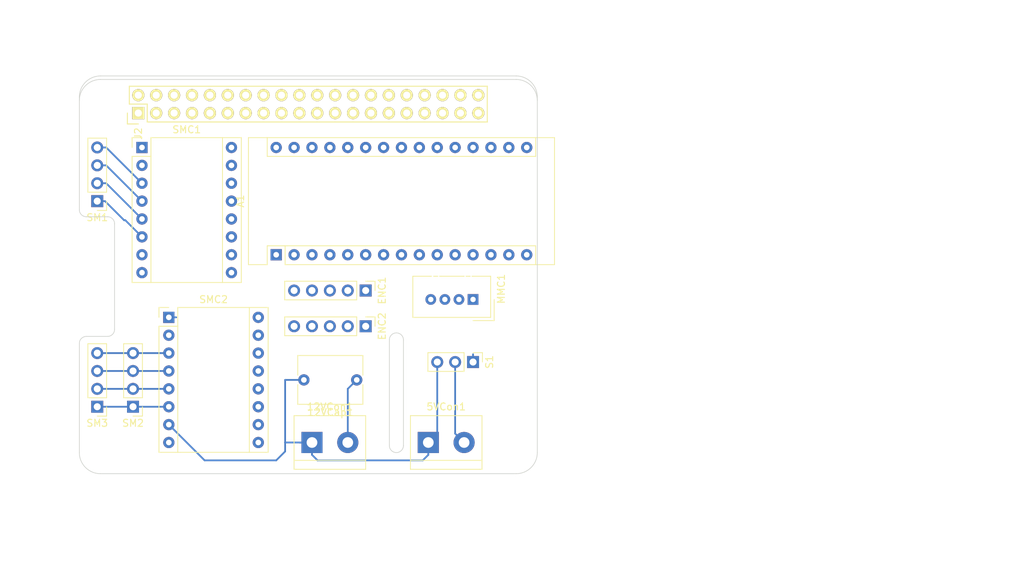
<source format=kicad_pcb>
(kicad_pcb (version 20171130) (host pcbnew "(5.0.2)-1")

  (general
    (thickness 1.6)
    (drawings 40)
    (tracks 39)
    (zones 0)
    (modules 18)
    (nets 104)
  )

  (page A4)
  (layers
    (0 F.Cu signal)
    (31 B.Cu signal)
    (32 B.Adhes user)
    (33 F.Adhes user)
    (34 B.Paste user)
    (35 F.Paste user)
    (36 B.SilkS user)
    (37 F.SilkS user)
    (38 B.Mask user)
    (39 F.Mask user)
    (40 Dwgs.User user)
    (41 Cmts.User user)
    (42 Eco1.User user)
    (43 Eco2.User user)
    (44 Edge.Cuts user)
    (45 Margin user)
    (46 B.CrtYd user)
    (47 F.CrtYd user)
    (48 B.Fab user)
    (49 F.Fab user)
  )

  (setup
    (last_trace_width 0.25)
    (user_trace_width 0.01)
    (user_trace_width 0.02)
    (user_trace_width 0.05)
    (user_trace_width 0.1)
    (user_trace_width 0.2)
    (trace_clearance 0.2)
    (zone_clearance 0.508)
    (zone_45_only no)
    (trace_min 0.01)
    (segment_width 0.2)
    (edge_width 0.1)
    (via_size 0.6)
    (via_drill 0.4)
    (via_min_size 0.4)
    (via_min_drill 0.3)
    (uvia_size 0.3)
    (uvia_drill 0.1)
    (uvias_allowed no)
    (uvia_min_size 0.2)
    (uvia_min_drill 0.1)
    (pcb_text_width 0.3)
    (pcb_text_size 1.5 1.5)
    (mod_edge_width 0.15)
    (mod_text_size 1 1)
    (mod_text_width 0.15)
    (pad_size 2.75 2.75)
    (pad_drill 2.75)
    (pad_to_mask_clearance 0)
    (solder_mask_min_width 0.25)
    (aux_axis_origin 0 0)
    (visible_elements 7FFEFFFF)
    (pcbplotparams
      (layerselection 0x00030_80000001)
      (usegerberextensions false)
      (usegerberattributes false)
      (usegerberadvancedattributes false)
      (creategerberjobfile false)
      (excludeedgelayer true)
      (linewidth 0.100000)
      (plotframeref false)
      (viasonmask false)
      (mode 1)
      (useauxorigin false)
      (hpglpennumber 1)
      (hpglpenspeed 20)
      (hpglpendiameter 15.000000)
      (psnegative false)
      (psa4output false)
      (plotreference true)
      (plotvalue true)
      (plotinvisibletext false)
      (padsonsilk false)
      (subtractmaskfromsilk false)
      (outputformat 1)
      (mirror false)
      (drillshape 0)
      (scaleselection 1)
      (outputdirectory "meta/"))
  )

  (net 0 "")
  (net 1 "Net-(J2-Pad1)")
  (net 2 "Net-(J2-Pad3)")
  (net 3 "Net-(J2-Pad4)")
  (net 4 "Net-(J2-Pad5)")
  (net 5 "Net-(J2-Pad6)")
  (net 6 "Net-(J2-Pad7)")
  (net 7 "Net-(J2-Pad8)")
  (net 8 "Net-(J2-Pad9)")
  (net 9 "Net-(J2-Pad10)")
  (net 10 "Net-(J2-Pad11)")
  (net 11 "Net-(J2-Pad12)")
  (net 12 "Net-(J2-Pad13)")
  (net 13 "Net-(J2-Pad14)")
  (net 14 "Net-(J2-Pad15)")
  (net 15 "Net-(J2-Pad16)")
  (net 16 "Net-(J2-Pad17)")
  (net 17 "Net-(J2-Pad18)")
  (net 18 "Net-(J2-Pad19)")
  (net 19 "Net-(J2-Pad20)")
  (net 20 "Net-(J2-Pad21)")
  (net 21 "Net-(J2-Pad22)")
  (net 22 "Net-(J2-Pad23)")
  (net 23 "Net-(J2-Pad24)")
  (net 24 "Net-(J2-Pad25)")
  (net 25 "Net-(J2-Pad26)")
  (net 26 "Net-(J2-Pad27)")
  (net 27 "Net-(J2-Pad28)")
  (net 28 "Net-(J2-Pad29)")
  (net 29 "Net-(J2-Pad30)")
  (net 30 "Net-(J2-Pad31)")
  (net 31 "Net-(J2-Pad32)")
  (net 32 "Net-(J2-Pad33)")
  (net 33 "Net-(J2-Pad34)")
  (net 34 "Net-(J2-Pad35)")
  (net 35 "Net-(J2-Pad36)")
  (net 36 "Net-(J2-Pad37)")
  (net 37 "Net-(J2-Pad38)")
  (net 38 "Net-(J2-Pad40)")
  (net 39 /RPi_GPIO/GND)
  (net 40 /RPi_GPIO/12V)
  (net 41 /RPi_GPIO/5V)
  (net 42 "Net-(SMC1-Pad9)")
  (net 43 "Net-(SMC1-Pad10)")
  (net 44 "Net-(SM1-Pad4)")
  (net 45 "Net-(SMC1-Pad11)")
  (net 46 "Net-(SM1-Pad3)")
  (net 47 "Net-(SMC1-Pad12)")
  (net 48 "Net-(SM1-Pad2)")
  (net 49 "Net-(SMC1-Pad13)")
  (net 50 "Net-(SM1-Pad1)")
  (net 51 "Net-(SMC2-Pad13)")
  (net 52 "Net-(SM2-Pad1)")
  (net 53 "Net-(SM2-Pad2)")
  (net 54 "Net-(SMC2-Pad12)")
  (net 55 "Net-(SM2-Pad3)")
  (net 56 "Net-(SMC2-Pad11)")
  (net 57 "Net-(SM2-Pad4)")
  (net 58 "Net-(SMC2-Pad10)")
  (net 59 "Net-(SMC2-Pad9)")
  (net 60 "Net-(A1-Pad12)")
  (net 61 "Net-(A1-Pad11)")
  (net 62 "Net-(A1-Pad15)")
  (net 63 "Net-(A1-Pad14)")
  (net 64 "Net-(A1-Pad1)")
  (net 65 "Net-(A1-Pad17)")
  (net 66 "Net-(A1-Pad2)")
  (net 67 "Net-(A1-Pad18)")
  (net 68 "Net-(A1-Pad3)")
  (net 69 "Net-(A1-Pad19)")
  (net 70 "Net-(A1-Pad4)")
  (net 71 "Net-(A1-Pad20)")
  (net 72 "Net-(A1-Pad5)")
  (net 73 "Net-(A1-Pad21)")
  (net 74 "Net-(A1-Pad6)")
  (net 75 "Net-(A1-Pad22)")
  (net 76 "Net-(A1-Pad7)")
  (net 77 "Net-(A1-Pad23)")
  (net 78 "Net-(A1-Pad8)")
  (net 79 "Net-(A1-Pad24)")
  (net 80 "Net-(A1-Pad9)")
  (net 81 "Net-(A1-Pad25)")
  (net 82 "Net-(A1-Pad10)")
  (net 83 "Net-(A1-Pad26)")
  (net 84 "Net-(A1-Pad27)")
  (net 85 "Net-(A1-Pad28)")
  (net 86 "Net-(A1-Pad13)")
  (net 87 "Net-(A1-Pad29)")
  (net 88 "Net-(A1-Pad30)")
  (net 89 "Net-(A1-Pad16)")
  (net 90 "Net-(ENC1-Pad1)")
  (net 91 "Net-(ENC1-Pad2)")
  (net 92 "Net-(ENC1-Pad3)")
  (net 93 "Net-(ENC1-Pad4)")
  (net 94 "Net-(ENC1-Pad5)")
  (net 95 "Net-(ENC2-Pad5)")
  (net 96 "Net-(ENC2-Pad4)")
  (net 97 "Net-(ENC2-Pad3)")
  (net 98 "Net-(ENC2-Pad2)")
  (net 99 "Net-(ENC2-Pad1)")
  (net 100 "Net-(MMC1-Pad1)")
  (net 101 "Net-(MMC1-Pad2)")
  (net 102 "Net-(MMC1-Pad3)")
  (net 103 "Net-(MMC1-Pad4)")

  (net_class Default "This is the default net class."
    (clearance 0.2)
    (trace_width 0.25)
    (via_dia 0.6)
    (via_drill 0.4)
    (uvia_dia 0.3)
    (uvia_drill 0.1)
    (add_net /RPi_GPIO/12V)
    (add_net /RPi_GPIO/5V)
    (add_net /RPi_GPIO/GND)
    (add_net "Net-(A1-Pad1)")
    (add_net "Net-(A1-Pad10)")
    (add_net "Net-(A1-Pad11)")
    (add_net "Net-(A1-Pad12)")
    (add_net "Net-(A1-Pad13)")
    (add_net "Net-(A1-Pad14)")
    (add_net "Net-(A1-Pad15)")
    (add_net "Net-(A1-Pad16)")
    (add_net "Net-(A1-Pad17)")
    (add_net "Net-(A1-Pad18)")
    (add_net "Net-(A1-Pad19)")
    (add_net "Net-(A1-Pad2)")
    (add_net "Net-(A1-Pad20)")
    (add_net "Net-(A1-Pad21)")
    (add_net "Net-(A1-Pad22)")
    (add_net "Net-(A1-Pad23)")
    (add_net "Net-(A1-Pad24)")
    (add_net "Net-(A1-Pad25)")
    (add_net "Net-(A1-Pad26)")
    (add_net "Net-(A1-Pad27)")
    (add_net "Net-(A1-Pad28)")
    (add_net "Net-(A1-Pad29)")
    (add_net "Net-(A1-Pad3)")
    (add_net "Net-(A1-Pad30)")
    (add_net "Net-(A1-Pad4)")
    (add_net "Net-(A1-Pad5)")
    (add_net "Net-(A1-Pad6)")
    (add_net "Net-(A1-Pad7)")
    (add_net "Net-(A1-Pad8)")
    (add_net "Net-(A1-Pad9)")
    (add_net "Net-(ENC1-Pad1)")
    (add_net "Net-(ENC1-Pad2)")
    (add_net "Net-(ENC1-Pad3)")
    (add_net "Net-(ENC1-Pad4)")
    (add_net "Net-(ENC1-Pad5)")
    (add_net "Net-(ENC2-Pad1)")
    (add_net "Net-(ENC2-Pad2)")
    (add_net "Net-(ENC2-Pad3)")
    (add_net "Net-(ENC2-Pad4)")
    (add_net "Net-(ENC2-Pad5)")
    (add_net "Net-(J2-Pad1)")
    (add_net "Net-(J2-Pad10)")
    (add_net "Net-(J2-Pad11)")
    (add_net "Net-(J2-Pad12)")
    (add_net "Net-(J2-Pad13)")
    (add_net "Net-(J2-Pad14)")
    (add_net "Net-(J2-Pad15)")
    (add_net "Net-(J2-Pad16)")
    (add_net "Net-(J2-Pad17)")
    (add_net "Net-(J2-Pad18)")
    (add_net "Net-(J2-Pad19)")
    (add_net "Net-(J2-Pad20)")
    (add_net "Net-(J2-Pad21)")
    (add_net "Net-(J2-Pad22)")
    (add_net "Net-(J2-Pad23)")
    (add_net "Net-(J2-Pad24)")
    (add_net "Net-(J2-Pad25)")
    (add_net "Net-(J2-Pad26)")
    (add_net "Net-(J2-Pad27)")
    (add_net "Net-(J2-Pad28)")
    (add_net "Net-(J2-Pad29)")
    (add_net "Net-(J2-Pad3)")
    (add_net "Net-(J2-Pad30)")
    (add_net "Net-(J2-Pad31)")
    (add_net "Net-(J2-Pad32)")
    (add_net "Net-(J2-Pad33)")
    (add_net "Net-(J2-Pad34)")
    (add_net "Net-(J2-Pad35)")
    (add_net "Net-(J2-Pad36)")
    (add_net "Net-(J2-Pad37)")
    (add_net "Net-(J2-Pad38)")
    (add_net "Net-(J2-Pad4)")
    (add_net "Net-(J2-Pad40)")
    (add_net "Net-(J2-Pad5)")
    (add_net "Net-(J2-Pad6)")
    (add_net "Net-(J2-Pad7)")
    (add_net "Net-(J2-Pad8)")
    (add_net "Net-(J2-Pad9)")
    (add_net "Net-(MMC1-Pad1)")
    (add_net "Net-(MMC1-Pad2)")
    (add_net "Net-(MMC1-Pad3)")
    (add_net "Net-(MMC1-Pad4)")
    (add_net "Net-(SM1-Pad1)")
    (add_net "Net-(SM1-Pad2)")
    (add_net "Net-(SM1-Pad3)")
    (add_net "Net-(SM1-Pad4)")
    (add_net "Net-(SM2-Pad1)")
    (add_net "Net-(SM2-Pad2)")
    (add_net "Net-(SM2-Pad3)")
    (add_net "Net-(SM2-Pad4)")
    (add_net "Net-(SMC1-Pad10)")
    (add_net "Net-(SMC1-Pad11)")
    (add_net "Net-(SMC1-Pad12)")
    (add_net "Net-(SMC1-Pad13)")
    (add_net "Net-(SMC1-Pad9)")
    (add_net "Net-(SMC2-Pad10)")
    (add_net "Net-(SMC2-Pad11)")
    (add_net "Net-(SMC2-Pad12)")
    (add_net "Net-(SMC2-Pad13)")
    (add_net "Net-(SMC2-Pad9)")
  )

  (module Capacitor_THT:C_Rect_L9.0mm_W6.7mm_P7.50mm_MKT (layer F.Cu) (tedit 5AE50EF0) (tstamp 5C78B813)
    (at 39.37 43.18 180)
    (descr "C, Rect series, Radial, pin pitch=7.50mm, , length*width=9*6.7mm^2, Capacitor, https://en.tdk.eu/inf/20/20/db/fc_2009/MKT_B32560_564.pdf")
    (tags "C Rect series Radial pin pitch 7.50mm  length 9mm width 6.7mm Capacitor")
    (path /5515D395/5C782DDC)
    (fp_text reference 12VCap1 (at 3.75 -4.6 180) (layer F.SilkS)
      (effects (font (size 1 1) (thickness 0.15)))
    )
    (fp_text value CAP (at 3.75 4.6 180) (layer F.Fab)
      (effects (font (size 1 1) (thickness 0.15)))
    )
    (fp_line (start -0.75 -3.35) (end -0.75 3.35) (layer F.Fab) (width 0.1))
    (fp_line (start -0.75 3.35) (end 8.25 3.35) (layer F.Fab) (width 0.1))
    (fp_line (start 8.25 3.35) (end 8.25 -3.35) (layer F.Fab) (width 0.1))
    (fp_line (start 8.25 -3.35) (end -0.75 -3.35) (layer F.Fab) (width 0.1))
    (fp_line (start -0.87 -3.47) (end 8.37 -3.47) (layer F.SilkS) (width 0.12))
    (fp_line (start -0.87 3.47) (end 8.37 3.47) (layer F.SilkS) (width 0.12))
    (fp_line (start -0.87 -3.47) (end -0.87 -0.665) (layer F.SilkS) (width 0.12))
    (fp_line (start -0.87 0.665) (end -0.87 3.47) (layer F.SilkS) (width 0.12))
    (fp_line (start 8.37 -3.47) (end 8.37 -0.665) (layer F.SilkS) (width 0.12))
    (fp_line (start 8.37 0.665) (end 8.37 3.47) (layer F.SilkS) (width 0.12))
    (fp_line (start -1.05 -3.6) (end -1.05 3.6) (layer F.CrtYd) (width 0.05))
    (fp_line (start -1.05 3.6) (end 8.55 3.6) (layer F.CrtYd) (width 0.05))
    (fp_line (start 8.55 3.6) (end 8.55 -3.6) (layer F.CrtYd) (width 0.05))
    (fp_line (start 8.55 -3.6) (end -1.05 -3.6) (layer F.CrtYd) (width 0.05))
    (fp_text user %R (at 3.75 0 180) (layer F.Fab)
      (effects (font (size 1 1) (thickness 0.15)))
    )
    (pad 1 thru_hole circle (at 0 0 180) (size 1.6 1.6) (drill 0.8) (layers *.Cu *.Mask)
      (net 40 /RPi_GPIO/12V))
    (pad 2 thru_hole circle (at 7.5 0 180) (size 1.6 1.6) (drill 0.8) (layers *.Cu *.Mask)
      (net 39 /RPi_GPIO/GND))
    (model ${KISYS3DMOD}/Capacitor_THT.3dshapes/C_Rect_L9.0mm_W6.7mm_P7.50mm_MKT.wrl
      (at (xyz 0 0 0))
      (scale (xyz 1 1 1))
      (rotate (xyz 0 0 0))
    )
  )

  (module Connector:NS-Tech_Grove_1x04_P2mm_Vertical (layer F.Cu) (tedit 5A2A5779) (tstamp 5C78B3E7)
    (at 55.88 31.75 270)
    (descr https://statics3.seeedstudio.com/images/opl/datasheet/3470130P1.pdf)
    (tags Grove-1x04)
    (path /5515D395/5C83F9B6)
    (fp_text reference MMC1 (at -1.5 -4 270) (layer F.SilkS)
      (effects (font (size 1 1) (thickness 0.15)))
    )
    (fp_text value Conn_01x04_Male (at 4.19 2.83) (layer F.Fab)
      (effects (font (size 1 1) (thickness 0.15)))
    )
    (fp_text user %R (at -2 2) (layer F.Fab)
      (effects (font (size 1 1) (thickness 0.15)))
    )
    (fp_line (start 0.9 0) (end 2.2 1) (layer F.Fab) (width 0.1))
    (fp_line (start 2.2 -1) (end 0.9 0) (layer F.Fab) (width 0.1))
    (fp_line (start 3 -3) (end 3 0) (layer F.SilkS) (width 0.12))
    (fp_line (start 0 -3) (end 3 -3) (layer F.SilkS) (width 0.12))
    (fp_line (start -3.45 -2.65) (end -3.45 8.7) (layer F.CrtYd) (width 0.05))
    (fp_line (start -3.45 8.7) (end 2.7 8.7) (layer F.CrtYd) (width 0.05))
    (fp_line (start 2.7 8.7) (end 2.7 -2.65) (layer F.CrtYd) (width 0.05))
    (fp_line (start -3.45 -2.65) (end 2.7 -2.65) (layer F.CrtYd) (width 0.05))
    (fp_line (start -3.3 5) (end -3.3 5.6) (layer F.SilkS) (width 0.12))
    (fp_line (start -3.3 0.4) (end -3.3 1) (layer F.SilkS) (width 0.12))
    (fp_line (start 2.55 -2.5) (end 2.55 8.55) (layer F.SilkS) (width 0.12))
    (fp_line (start -3.3 -2.5) (end 2.55 -2.5) (layer F.SilkS) (width 0.12))
    (fp_line (start -3.3 1.25) (end -3.3 4.75) (layer F.SilkS) (width 0.12))
    (fp_line (start -3.3 8.55) (end 2.55 8.55) (layer F.SilkS) (width 0.12))
    (fp_line (start -3.3 -2.5) (end -3.3 0.15) (layer F.SilkS) (width 0.12))
    (fp_line (start -3.3 5.9) (end -3.3 8.55) (layer F.SilkS) (width 0.12))
    (fp_line (start -2.9 -2.1) (end 2.2 -2.1) (layer F.Fab) (width 0.1))
    (fp_line (start 2.2 -2.1) (end 2.2 8.1) (layer F.Fab) (width 0.1))
    (fp_line (start 2.2 8.1) (end -2.9 8.1) (layer F.Fab) (width 0.1))
    (fp_line (start -2.9 8.1) (end -2.9 -2.1) (layer F.Fab) (width 0.1))
    (pad 1 thru_hole rect (at 0 0 270) (size 1.524 1.524) (drill 0.762) (layers *.Cu *.Mask)
      (net 100 "Net-(MMC1-Pad1)"))
    (pad 2 thru_hole circle (at 0 2 270) (size 1.524 1.524) (drill 0.762) (layers *.Cu *.Mask)
      (net 101 "Net-(MMC1-Pad2)"))
    (pad 3 thru_hole circle (at 0 4 270) (size 1.524 1.524) (drill 0.762) (layers *.Cu *.Mask)
      (net 102 "Net-(MMC1-Pad3)"))
    (pad 4 thru_hole circle (at 0 6 270) (size 1.524 1.524) (drill 0.762) (layers *.Cu *.Mask)
      (net 103 "Net-(MMC1-Pad4)"))
    (model ${KISYS3DMOD}/Connector.3dshapes/NS-Tech_Grove_1x04_P2mm_Vertical.wrl
      (at (xyz 0 0 0))
      (scale (xyz 0.3937 0.3937 0.3937))
      (rotate (xyz 0 0 -90))
    )
  )

  (module Connector_PinHeader_2.54mm:PinHeader_1x05_P2.54mm_Vertical (layer F.Cu) (tedit 59FED5CC) (tstamp 5C78B314)
    (at 40.64 35.56 270)
    (descr "Through hole straight pin header, 1x05, 2.54mm pitch, single row")
    (tags "Through hole pin header THT 1x05 2.54mm single row")
    (path /5515D395/5C8526DD)
    (fp_text reference ENC2 (at 0 -2.33 270) (layer F.SilkS)
      (effects (font (size 1 1) (thickness 0.15)))
    )
    (fp_text value Conn_01x05_Male (at 0 12.49 270) (layer F.Fab)
      (effects (font (size 1 1) (thickness 0.15)))
    )
    (fp_text user %R (at 0 5.08) (layer F.Fab)
      (effects (font (size 1 1) (thickness 0.15)))
    )
    (fp_line (start 1.8 -1.8) (end -1.8 -1.8) (layer F.CrtYd) (width 0.05))
    (fp_line (start 1.8 11.95) (end 1.8 -1.8) (layer F.CrtYd) (width 0.05))
    (fp_line (start -1.8 11.95) (end 1.8 11.95) (layer F.CrtYd) (width 0.05))
    (fp_line (start -1.8 -1.8) (end -1.8 11.95) (layer F.CrtYd) (width 0.05))
    (fp_line (start -1.33 -1.33) (end 0 -1.33) (layer F.SilkS) (width 0.12))
    (fp_line (start -1.33 0) (end -1.33 -1.33) (layer F.SilkS) (width 0.12))
    (fp_line (start -1.33 1.27) (end 1.33 1.27) (layer F.SilkS) (width 0.12))
    (fp_line (start 1.33 1.27) (end 1.33 11.49) (layer F.SilkS) (width 0.12))
    (fp_line (start -1.33 1.27) (end -1.33 11.49) (layer F.SilkS) (width 0.12))
    (fp_line (start -1.33 11.49) (end 1.33 11.49) (layer F.SilkS) (width 0.12))
    (fp_line (start -1.27 -0.635) (end -0.635 -1.27) (layer F.Fab) (width 0.1))
    (fp_line (start -1.27 11.43) (end -1.27 -0.635) (layer F.Fab) (width 0.1))
    (fp_line (start 1.27 11.43) (end -1.27 11.43) (layer F.Fab) (width 0.1))
    (fp_line (start 1.27 -1.27) (end 1.27 11.43) (layer F.Fab) (width 0.1))
    (fp_line (start -0.635 -1.27) (end 1.27 -1.27) (layer F.Fab) (width 0.1))
    (pad 5 thru_hole oval (at 0 10.16 270) (size 1.7 1.7) (drill 1) (layers *.Cu *.Mask)
      (net 95 "Net-(ENC2-Pad5)"))
    (pad 4 thru_hole oval (at 0 7.62 270) (size 1.7 1.7) (drill 1) (layers *.Cu *.Mask)
      (net 96 "Net-(ENC2-Pad4)"))
    (pad 3 thru_hole oval (at 0 5.08 270) (size 1.7 1.7) (drill 1) (layers *.Cu *.Mask)
      (net 97 "Net-(ENC2-Pad3)"))
    (pad 2 thru_hole oval (at 0 2.54 270) (size 1.7 1.7) (drill 1) (layers *.Cu *.Mask)
      (net 98 "Net-(ENC2-Pad2)"))
    (pad 1 thru_hole rect (at 0 0 270) (size 1.7 1.7) (drill 1) (layers *.Cu *.Mask)
      (net 99 "Net-(ENC2-Pad1)"))
    (model ${KISYS3DMOD}/Connector_PinHeader_2.54mm.3dshapes/PinHeader_1x05_P2.54mm_Vertical.wrl
      (at (xyz 0 0 0))
      (scale (xyz 1 1 1))
      (rotate (xyz 0 0 0))
    )
  )

  (module Connector_PinHeader_2.54mm:PinHeader_1x05_P2.54mm_Vertical (layer F.Cu) (tedit 59FED5CC) (tstamp 5C78B2FB)
    (at 40.64 30.48 270)
    (descr "Through hole straight pin header, 1x05, 2.54mm pitch, single row")
    (tags "Through hole pin header THT 1x05 2.54mm single row")
    (path /5515D395/5C84907A)
    (fp_text reference ENC1 (at 0 -2.33 270) (layer F.SilkS)
      (effects (font (size 1 1) (thickness 0.15)))
    )
    (fp_text value Conn_01x05_Male (at 0 12.49 270) (layer F.Fab)
      (effects (font (size 1 1) (thickness 0.15)))
    )
    (fp_line (start -0.635 -1.27) (end 1.27 -1.27) (layer F.Fab) (width 0.1))
    (fp_line (start 1.27 -1.27) (end 1.27 11.43) (layer F.Fab) (width 0.1))
    (fp_line (start 1.27 11.43) (end -1.27 11.43) (layer F.Fab) (width 0.1))
    (fp_line (start -1.27 11.43) (end -1.27 -0.635) (layer F.Fab) (width 0.1))
    (fp_line (start -1.27 -0.635) (end -0.635 -1.27) (layer F.Fab) (width 0.1))
    (fp_line (start -1.33 11.49) (end 1.33 11.49) (layer F.SilkS) (width 0.12))
    (fp_line (start -1.33 1.27) (end -1.33 11.49) (layer F.SilkS) (width 0.12))
    (fp_line (start 1.33 1.27) (end 1.33 11.49) (layer F.SilkS) (width 0.12))
    (fp_line (start -1.33 1.27) (end 1.33 1.27) (layer F.SilkS) (width 0.12))
    (fp_line (start -1.33 0) (end -1.33 -1.33) (layer F.SilkS) (width 0.12))
    (fp_line (start -1.33 -1.33) (end 0 -1.33) (layer F.SilkS) (width 0.12))
    (fp_line (start -1.8 -1.8) (end -1.8 11.95) (layer F.CrtYd) (width 0.05))
    (fp_line (start -1.8 11.95) (end 1.8 11.95) (layer F.CrtYd) (width 0.05))
    (fp_line (start 1.8 11.95) (end 1.8 -1.8) (layer F.CrtYd) (width 0.05))
    (fp_line (start 1.8 -1.8) (end -1.8 -1.8) (layer F.CrtYd) (width 0.05))
    (fp_text user %R (at 0 5.08) (layer F.Fab)
      (effects (font (size 1 1) (thickness 0.15)))
    )
    (pad 1 thru_hole rect (at 0 0 270) (size 1.7 1.7) (drill 1) (layers *.Cu *.Mask)
      (net 90 "Net-(ENC1-Pad1)"))
    (pad 2 thru_hole oval (at 0 2.54 270) (size 1.7 1.7) (drill 1) (layers *.Cu *.Mask)
      (net 91 "Net-(ENC1-Pad2)"))
    (pad 3 thru_hole oval (at 0 5.08 270) (size 1.7 1.7) (drill 1) (layers *.Cu *.Mask)
      (net 92 "Net-(ENC1-Pad3)"))
    (pad 4 thru_hole oval (at 0 7.62 270) (size 1.7 1.7) (drill 1) (layers *.Cu *.Mask)
      (net 93 "Net-(ENC1-Pad4)"))
    (pad 5 thru_hole oval (at 0 10.16 270) (size 1.7 1.7) (drill 1) (layers *.Cu *.Mask)
      (net 94 "Net-(ENC1-Pad5)"))
    (model ${KISYS3DMOD}/Connector_PinHeader_2.54mm.3dshapes/PinHeader_1x05_P2.54mm_Vertical.wrl
      (at (xyz 0 0 0))
      (scale (xyz 1 1 1))
      (rotate (xyz 0 0 0))
    )
  )

  (module Module:Arduino_Nano (layer F.Cu) (tedit 58ACAF70) (tstamp 5C78B2E2)
    (at 27.94 25.4 90)
    (descr "Arduino Nano, http://www.mouser.com/pdfdocs/Gravitech_Arduino_Nano3_0.pdf")
    (tags "Arduino Nano")
    (path /5515D395/5C80A084)
    (fp_text reference A1 (at 7.62 -5.08 90) (layer F.SilkS)
      (effects (font (size 1 1) (thickness 0.15)))
    )
    (fp_text value Arduino_Nano_v3.x (at 8.89 19.05 180) (layer F.Fab)
      (effects (font (size 1 1) (thickness 0.15)))
    )
    (fp_text user %R (at 6.35 19.05 180) (layer F.Fab)
      (effects (font (size 1 1) (thickness 0.15)))
    )
    (fp_line (start 1.27 1.27) (end 1.27 -1.27) (layer F.SilkS) (width 0.12))
    (fp_line (start 1.27 -1.27) (end -1.4 -1.27) (layer F.SilkS) (width 0.12))
    (fp_line (start -1.4 1.27) (end -1.4 39.5) (layer F.SilkS) (width 0.12))
    (fp_line (start -1.4 -3.94) (end -1.4 -1.27) (layer F.SilkS) (width 0.12))
    (fp_line (start 13.97 -1.27) (end 16.64 -1.27) (layer F.SilkS) (width 0.12))
    (fp_line (start 13.97 -1.27) (end 13.97 36.83) (layer F.SilkS) (width 0.12))
    (fp_line (start 13.97 36.83) (end 16.64 36.83) (layer F.SilkS) (width 0.12))
    (fp_line (start 1.27 1.27) (end -1.4 1.27) (layer F.SilkS) (width 0.12))
    (fp_line (start 1.27 1.27) (end 1.27 36.83) (layer F.SilkS) (width 0.12))
    (fp_line (start 1.27 36.83) (end -1.4 36.83) (layer F.SilkS) (width 0.12))
    (fp_line (start 3.81 31.75) (end 11.43 31.75) (layer F.Fab) (width 0.1))
    (fp_line (start 11.43 31.75) (end 11.43 41.91) (layer F.Fab) (width 0.1))
    (fp_line (start 11.43 41.91) (end 3.81 41.91) (layer F.Fab) (width 0.1))
    (fp_line (start 3.81 41.91) (end 3.81 31.75) (layer F.Fab) (width 0.1))
    (fp_line (start -1.4 39.5) (end 16.64 39.5) (layer F.SilkS) (width 0.12))
    (fp_line (start 16.64 39.5) (end 16.64 -3.94) (layer F.SilkS) (width 0.12))
    (fp_line (start 16.64 -3.94) (end -1.4 -3.94) (layer F.SilkS) (width 0.12))
    (fp_line (start 16.51 39.37) (end -1.27 39.37) (layer F.Fab) (width 0.1))
    (fp_line (start -1.27 39.37) (end -1.27 -2.54) (layer F.Fab) (width 0.1))
    (fp_line (start -1.27 -2.54) (end 0 -3.81) (layer F.Fab) (width 0.1))
    (fp_line (start 0 -3.81) (end 16.51 -3.81) (layer F.Fab) (width 0.1))
    (fp_line (start 16.51 -3.81) (end 16.51 39.37) (layer F.Fab) (width 0.1))
    (fp_line (start -1.53 -4.06) (end 16.75 -4.06) (layer F.CrtYd) (width 0.05))
    (fp_line (start -1.53 -4.06) (end -1.53 42.16) (layer F.CrtYd) (width 0.05))
    (fp_line (start 16.75 42.16) (end 16.75 -4.06) (layer F.CrtYd) (width 0.05))
    (fp_line (start 16.75 42.16) (end -1.53 42.16) (layer F.CrtYd) (width 0.05))
    (pad 1 thru_hole rect (at 0 0 90) (size 1.6 1.6) (drill 0.8) (layers *.Cu *.Mask)
      (net 64 "Net-(A1-Pad1)"))
    (pad 17 thru_hole oval (at 15.24 33.02 90) (size 1.6 1.6) (drill 0.8) (layers *.Cu *.Mask)
      (net 65 "Net-(A1-Pad17)"))
    (pad 2 thru_hole oval (at 0 2.54 90) (size 1.6 1.6) (drill 0.8) (layers *.Cu *.Mask)
      (net 66 "Net-(A1-Pad2)"))
    (pad 18 thru_hole oval (at 15.24 30.48 90) (size 1.6 1.6) (drill 0.8) (layers *.Cu *.Mask)
      (net 67 "Net-(A1-Pad18)"))
    (pad 3 thru_hole oval (at 0 5.08 90) (size 1.6 1.6) (drill 0.8) (layers *.Cu *.Mask)
      (net 68 "Net-(A1-Pad3)"))
    (pad 19 thru_hole oval (at 15.24 27.94 90) (size 1.6 1.6) (drill 0.8) (layers *.Cu *.Mask)
      (net 69 "Net-(A1-Pad19)"))
    (pad 4 thru_hole oval (at 0 7.62 90) (size 1.6 1.6) (drill 0.8) (layers *.Cu *.Mask)
      (net 70 "Net-(A1-Pad4)"))
    (pad 20 thru_hole oval (at 15.24 25.4 90) (size 1.6 1.6) (drill 0.8) (layers *.Cu *.Mask)
      (net 71 "Net-(A1-Pad20)"))
    (pad 5 thru_hole oval (at 0 10.16 90) (size 1.6 1.6) (drill 0.8) (layers *.Cu *.Mask)
      (net 72 "Net-(A1-Pad5)"))
    (pad 21 thru_hole oval (at 15.24 22.86 90) (size 1.6 1.6) (drill 0.8) (layers *.Cu *.Mask)
      (net 73 "Net-(A1-Pad21)"))
    (pad 6 thru_hole oval (at 0 12.7 90) (size 1.6 1.6) (drill 0.8) (layers *.Cu *.Mask)
      (net 74 "Net-(A1-Pad6)"))
    (pad 22 thru_hole oval (at 15.24 20.32 90) (size 1.6 1.6) (drill 0.8) (layers *.Cu *.Mask)
      (net 75 "Net-(A1-Pad22)"))
    (pad 7 thru_hole oval (at 0 15.24 90) (size 1.6 1.6) (drill 0.8) (layers *.Cu *.Mask)
      (net 76 "Net-(A1-Pad7)"))
    (pad 23 thru_hole oval (at 15.24 17.78 90) (size 1.6 1.6) (drill 0.8) (layers *.Cu *.Mask)
      (net 77 "Net-(A1-Pad23)"))
    (pad 8 thru_hole oval (at 0 17.78 90) (size 1.6 1.6) (drill 0.8) (layers *.Cu *.Mask)
      (net 78 "Net-(A1-Pad8)"))
    (pad 24 thru_hole oval (at 15.24 15.24 90) (size 1.6 1.6) (drill 0.8) (layers *.Cu *.Mask)
      (net 79 "Net-(A1-Pad24)"))
    (pad 9 thru_hole oval (at 0 20.32 90) (size 1.6 1.6) (drill 0.8) (layers *.Cu *.Mask)
      (net 80 "Net-(A1-Pad9)"))
    (pad 25 thru_hole oval (at 15.24 12.7 90) (size 1.6 1.6) (drill 0.8) (layers *.Cu *.Mask)
      (net 81 "Net-(A1-Pad25)"))
    (pad 10 thru_hole oval (at 0 22.86 90) (size 1.6 1.6) (drill 0.8) (layers *.Cu *.Mask)
      (net 82 "Net-(A1-Pad10)"))
    (pad 26 thru_hole oval (at 15.24 10.16 90) (size 1.6 1.6) (drill 0.8) (layers *.Cu *.Mask)
      (net 83 "Net-(A1-Pad26)"))
    (pad 11 thru_hole oval (at 0 25.4 90) (size 1.6 1.6) (drill 0.8) (layers *.Cu *.Mask)
      (net 61 "Net-(A1-Pad11)"))
    (pad 27 thru_hole oval (at 15.24 7.62 90) (size 1.6 1.6) (drill 0.8) (layers *.Cu *.Mask)
      (net 84 "Net-(A1-Pad27)"))
    (pad 12 thru_hole oval (at 0 27.94 90) (size 1.6 1.6) (drill 0.8) (layers *.Cu *.Mask)
      (net 60 "Net-(A1-Pad12)"))
    (pad 28 thru_hole oval (at 15.24 5.08 90) (size 1.6 1.6) (drill 0.8) (layers *.Cu *.Mask)
      (net 85 "Net-(A1-Pad28)"))
    (pad 13 thru_hole oval (at 0 30.48 90) (size 1.6 1.6) (drill 0.8) (layers *.Cu *.Mask)
      (net 86 "Net-(A1-Pad13)"))
    (pad 29 thru_hole oval (at 15.24 2.54 90) (size 1.6 1.6) (drill 0.8) (layers *.Cu *.Mask)
      (net 87 "Net-(A1-Pad29)"))
    (pad 14 thru_hole oval (at 0 33.02 90) (size 1.6 1.6) (drill 0.8) (layers *.Cu *.Mask)
      (net 63 "Net-(A1-Pad14)"))
    (pad 30 thru_hole oval (at 15.24 0 90) (size 1.6 1.6) (drill 0.8) (layers *.Cu *.Mask)
      (net 88 "Net-(A1-Pad30)"))
    (pad 15 thru_hole oval (at 0 35.56 90) (size 1.6 1.6) (drill 0.8) (layers *.Cu *.Mask)
      (net 62 "Net-(A1-Pad15)"))
    (pad 16 thru_hole oval (at 15.24 35.56 90) (size 1.6 1.6) (drill 0.8) (layers *.Cu *.Mask)
      (net 89 "Net-(A1-Pad16)"))
    (model ${KISYS3DMOD}/Module.3dshapes/Arduino_Nano_WithMountingHoles.wrl
      (at (xyz 0 0 0))
      (scale (xyz 1 1 1))
      (rotate (xyz 0 0 0))
    )
  )

  (module Connector_PinHeader_2.54mm:PinHeader_1x03_P2.54mm_Vertical (layer F.Cu) (tedit 59FED5CC) (tstamp 5C789C38)
    (at 55.88 40.64 270)
    (descr "Through hole straight pin header, 1x03, 2.54mm pitch, single row")
    (tags "Through hole pin header THT 1x03 2.54mm single row")
    (path /5515D395/5C78B611)
    (fp_text reference S1 (at 0 -2.33 270) (layer F.SilkS)
      (effects (font (size 1 1) (thickness 0.15)))
    )
    (fp_text value Conn_01x03_Male (at 0 7.41 270) (layer F.Fab)
      (effects (font (size 1 1) (thickness 0.15)))
    )
    (fp_line (start -0.635 -1.27) (end 1.27 -1.27) (layer F.Fab) (width 0.1))
    (fp_line (start 1.27 -1.27) (end 1.27 6.35) (layer F.Fab) (width 0.1))
    (fp_line (start 1.27 6.35) (end -1.27 6.35) (layer F.Fab) (width 0.1))
    (fp_line (start -1.27 6.35) (end -1.27 -0.635) (layer F.Fab) (width 0.1))
    (fp_line (start -1.27 -0.635) (end -0.635 -1.27) (layer F.Fab) (width 0.1))
    (fp_line (start -1.33 6.41) (end 1.33 6.41) (layer F.SilkS) (width 0.12))
    (fp_line (start -1.33 1.27) (end -1.33 6.41) (layer F.SilkS) (width 0.12))
    (fp_line (start 1.33 1.27) (end 1.33 6.41) (layer F.SilkS) (width 0.12))
    (fp_line (start -1.33 1.27) (end 1.33 1.27) (layer F.SilkS) (width 0.12))
    (fp_line (start -1.33 0) (end -1.33 -1.33) (layer F.SilkS) (width 0.12))
    (fp_line (start -1.33 -1.33) (end 0 -1.33) (layer F.SilkS) (width 0.12))
    (fp_line (start -1.8 -1.8) (end -1.8 6.85) (layer F.CrtYd) (width 0.05))
    (fp_line (start -1.8 6.85) (end 1.8 6.85) (layer F.CrtYd) (width 0.05))
    (fp_line (start 1.8 6.85) (end 1.8 -1.8) (layer F.CrtYd) (width 0.05))
    (fp_line (start 1.8 -1.8) (end -1.8 -1.8) (layer F.CrtYd) (width 0.05))
    (fp_text user %R (at 0 2.54) (layer F.Fab)
      (effects (font (size 1 1) (thickness 0.15)))
    )
    (pad 1 thru_hole rect (at 0 0 270) (size 1.7 1.7) (drill 1) (layers *.Cu *.Mask)
      (net 74 "Net-(A1-Pad6)"))
    (pad 2 thru_hole oval (at 0 2.54 270) (size 1.7 1.7) (drill 1) (layers *.Cu *.Mask)
      (net 41 /RPi_GPIO/5V))
    (pad 3 thru_hole oval (at 0 5.08 270) (size 1.7 1.7) (drill 1) (layers *.Cu *.Mask)
      (net 39 /RPi_GPIO/GND))
    (model ${KISYS3DMOD}/Connector_PinHeader_2.54mm.3dshapes/PinHeader_1x03_P2.54mm_Vertical.wrl
      (at (xyz 0 0 0))
      (scale (xyz 1 1 1))
      (rotate (xyz 0 0 0))
    )
  )

  (module Connector_PinHeader_2.54mm:PinHeader_1x04_P2.54mm_Vertical (layer F.Cu) (tedit 59FED5CC) (tstamp 5C789C21)
    (at 2.54 46.99 180)
    (descr "Through hole straight pin header, 1x04, 2.54mm pitch, single row")
    (tags "Through hole pin header THT 1x04 2.54mm single row")
    (path /5515D395/5C7AD885)
    (fp_text reference SM3 (at 0 -2.33 180) (layer F.SilkS)
      (effects (font (size 1 1) (thickness 0.15)))
    )
    (fp_text value Conn_01x04_Male (at 0 9.95 180) (layer F.Fab)
      (effects (font (size 1 1) (thickness 0.15)))
    )
    (fp_line (start -0.635 -1.27) (end 1.27 -1.27) (layer F.Fab) (width 0.1))
    (fp_line (start 1.27 -1.27) (end 1.27 8.89) (layer F.Fab) (width 0.1))
    (fp_line (start 1.27 8.89) (end -1.27 8.89) (layer F.Fab) (width 0.1))
    (fp_line (start -1.27 8.89) (end -1.27 -0.635) (layer F.Fab) (width 0.1))
    (fp_line (start -1.27 -0.635) (end -0.635 -1.27) (layer F.Fab) (width 0.1))
    (fp_line (start -1.33 8.95) (end 1.33 8.95) (layer F.SilkS) (width 0.12))
    (fp_line (start -1.33 1.27) (end -1.33 8.95) (layer F.SilkS) (width 0.12))
    (fp_line (start 1.33 1.27) (end 1.33 8.95) (layer F.SilkS) (width 0.12))
    (fp_line (start -1.33 1.27) (end 1.33 1.27) (layer F.SilkS) (width 0.12))
    (fp_line (start -1.33 0) (end -1.33 -1.33) (layer F.SilkS) (width 0.12))
    (fp_line (start -1.33 -1.33) (end 0 -1.33) (layer F.SilkS) (width 0.12))
    (fp_line (start -1.8 -1.8) (end -1.8 9.4) (layer F.CrtYd) (width 0.05))
    (fp_line (start -1.8 9.4) (end 1.8 9.4) (layer F.CrtYd) (width 0.05))
    (fp_line (start 1.8 9.4) (end 1.8 -1.8) (layer F.CrtYd) (width 0.05))
    (fp_line (start 1.8 -1.8) (end -1.8 -1.8) (layer F.CrtYd) (width 0.05))
    (fp_text user %R (at 0 3.81 270) (layer F.Fab)
      (effects (font (size 1 1) (thickness 0.15)))
    )
    (pad 1 thru_hole rect (at 0 0 180) (size 1.7 1.7) (drill 1) (layers *.Cu *.Mask)
      (net 52 "Net-(SM2-Pad1)"))
    (pad 2 thru_hole oval (at 0 2.54 180) (size 1.7 1.7) (drill 1) (layers *.Cu *.Mask)
      (net 53 "Net-(SM2-Pad2)"))
    (pad 3 thru_hole oval (at 0 5.08 180) (size 1.7 1.7) (drill 1) (layers *.Cu *.Mask)
      (net 55 "Net-(SM2-Pad3)"))
    (pad 4 thru_hole oval (at 0 7.62 180) (size 1.7 1.7) (drill 1) (layers *.Cu *.Mask)
      (net 57 "Net-(SM2-Pad4)"))
    (model ${KISYS3DMOD}/Connector_PinHeader_2.54mm.3dshapes/PinHeader_1x04_P2.54mm_Vertical.wrl
      (at (xyz 0 0 0))
      (scale (xyz 1 1 1))
      (rotate (xyz 0 0 0))
    )
  )

  (module Connector_PinHeader_2.54mm:PinHeader_1x04_P2.54mm_Vertical (layer F.Cu) (tedit 59FED5CC) (tstamp 5C789C09)
    (at 7.62 46.99 180)
    (descr "Through hole straight pin header, 1x04, 2.54mm pitch, single row")
    (tags "Through hole pin header THT 1x04 2.54mm single row")
    (path /5515D395/5C783735)
    (fp_text reference SM2 (at 0 -2.33 180) (layer F.SilkS)
      (effects (font (size 1 1) (thickness 0.15)))
    )
    (fp_text value Conn_01x04_Male (at 0 9.95 180) (layer F.Fab)
      (effects (font (size 1 1) (thickness 0.15)))
    )
    (fp_text user %R (at 0 3.81 270) (layer F.Fab)
      (effects (font (size 1 1) (thickness 0.15)))
    )
    (fp_line (start 1.8 -1.8) (end -1.8 -1.8) (layer F.CrtYd) (width 0.05))
    (fp_line (start 1.8 9.4) (end 1.8 -1.8) (layer F.CrtYd) (width 0.05))
    (fp_line (start -1.8 9.4) (end 1.8 9.4) (layer F.CrtYd) (width 0.05))
    (fp_line (start -1.8 -1.8) (end -1.8 9.4) (layer F.CrtYd) (width 0.05))
    (fp_line (start -1.33 -1.33) (end 0 -1.33) (layer F.SilkS) (width 0.12))
    (fp_line (start -1.33 0) (end -1.33 -1.33) (layer F.SilkS) (width 0.12))
    (fp_line (start -1.33 1.27) (end 1.33 1.27) (layer F.SilkS) (width 0.12))
    (fp_line (start 1.33 1.27) (end 1.33 8.95) (layer F.SilkS) (width 0.12))
    (fp_line (start -1.33 1.27) (end -1.33 8.95) (layer F.SilkS) (width 0.12))
    (fp_line (start -1.33 8.95) (end 1.33 8.95) (layer F.SilkS) (width 0.12))
    (fp_line (start -1.27 -0.635) (end -0.635 -1.27) (layer F.Fab) (width 0.1))
    (fp_line (start -1.27 8.89) (end -1.27 -0.635) (layer F.Fab) (width 0.1))
    (fp_line (start 1.27 8.89) (end -1.27 8.89) (layer F.Fab) (width 0.1))
    (fp_line (start 1.27 -1.27) (end 1.27 8.89) (layer F.Fab) (width 0.1))
    (fp_line (start -0.635 -1.27) (end 1.27 -1.27) (layer F.Fab) (width 0.1))
    (pad 4 thru_hole oval (at 0 7.62 180) (size 1.7 1.7) (drill 1) (layers *.Cu *.Mask)
      (net 57 "Net-(SM2-Pad4)"))
    (pad 3 thru_hole oval (at 0 5.08 180) (size 1.7 1.7) (drill 1) (layers *.Cu *.Mask)
      (net 55 "Net-(SM2-Pad3)"))
    (pad 2 thru_hole oval (at 0 2.54 180) (size 1.7 1.7) (drill 1) (layers *.Cu *.Mask)
      (net 53 "Net-(SM2-Pad2)"))
    (pad 1 thru_hole rect (at 0 0 180) (size 1.7 1.7) (drill 1) (layers *.Cu *.Mask)
      (net 52 "Net-(SM2-Pad1)"))
    (model ${KISYS3DMOD}/Connector_PinHeader_2.54mm.3dshapes/PinHeader_1x04_P2.54mm_Vertical.wrl
      (at (xyz 0 0 0))
      (scale (xyz 1 1 1))
      (rotate (xyz 0 0 0))
    )
  )

  (module Connector_PinHeader_2.54mm:PinHeader_1x04_P2.54mm_Vertical (layer F.Cu) (tedit 59FED5CC) (tstamp 5C789BF1)
    (at 2.54 17.78 180)
    (descr "Through hole straight pin header, 1x04, 2.54mm pitch, single row")
    (tags "Through hole pin header THT 1x04 2.54mm single row")
    (path /5515D395/5C7833AB)
    (fp_text reference SM1 (at 0 -2.33 180) (layer F.SilkS)
      (effects (font (size 1 1) (thickness 0.15)))
    )
    (fp_text value Conn_01x04_Male (at 0 9.95 180) (layer F.Fab)
      (effects (font (size 1 1) (thickness 0.15)))
    )
    (fp_line (start -0.635 -1.27) (end 1.27 -1.27) (layer F.Fab) (width 0.1))
    (fp_line (start 1.27 -1.27) (end 1.27 8.89) (layer F.Fab) (width 0.1))
    (fp_line (start 1.27 8.89) (end -1.27 8.89) (layer F.Fab) (width 0.1))
    (fp_line (start -1.27 8.89) (end -1.27 -0.635) (layer F.Fab) (width 0.1))
    (fp_line (start -1.27 -0.635) (end -0.635 -1.27) (layer F.Fab) (width 0.1))
    (fp_line (start -1.33 8.95) (end 1.33 8.95) (layer F.SilkS) (width 0.12))
    (fp_line (start -1.33 1.27) (end -1.33 8.95) (layer F.SilkS) (width 0.12))
    (fp_line (start 1.33 1.27) (end 1.33 8.95) (layer F.SilkS) (width 0.12))
    (fp_line (start -1.33 1.27) (end 1.33 1.27) (layer F.SilkS) (width 0.12))
    (fp_line (start -1.33 0) (end -1.33 -1.33) (layer F.SilkS) (width 0.12))
    (fp_line (start -1.33 -1.33) (end 0 -1.33) (layer F.SilkS) (width 0.12))
    (fp_line (start -1.8 -1.8) (end -1.8 9.4) (layer F.CrtYd) (width 0.05))
    (fp_line (start -1.8 9.4) (end 1.8 9.4) (layer F.CrtYd) (width 0.05))
    (fp_line (start 1.8 9.4) (end 1.8 -1.8) (layer F.CrtYd) (width 0.05))
    (fp_line (start 1.8 -1.8) (end -1.8 -1.8) (layer F.CrtYd) (width 0.05))
    (fp_text user %R (at 0 3.81 270) (layer F.Fab)
      (effects (font (size 1 1) (thickness 0.15)))
    )
    (pad 1 thru_hole rect (at 0 0 180) (size 1.7 1.7) (drill 1) (layers *.Cu *.Mask)
      (net 50 "Net-(SM1-Pad1)"))
    (pad 2 thru_hole oval (at 0 2.54 180) (size 1.7 1.7) (drill 1) (layers *.Cu *.Mask)
      (net 48 "Net-(SM1-Pad2)"))
    (pad 3 thru_hole oval (at 0 5.08 180) (size 1.7 1.7) (drill 1) (layers *.Cu *.Mask)
      (net 46 "Net-(SM1-Pad3)"))
    (pad 4 thru_hole oval (at 0 7.62 180) (size 1.7 1.7) (drill 1) (layers *.Cu *.Mask)
      (net 44 "Net-(SM1-Pad4)"))
    (model ${KISYS3DMOD}/Connector_PinHeader_2.54mm.3dshapes/PinHeader_1x04_P2.54mm_Vertical.wrl
      (at (xyz 0 0 0))
      (scale (xyz 1 1 1))
      (rotate (xyz 0 0 0))
    )
  )

  (module Module:Pololu_Breakout-16_15.2x20.3mm (layer F.Cu) (tedit 58AB602C) (tstamp 5C789BB1)
    (at 12.7 34.29)
    (descr "Pololu Breakout 16-pin 15.2x20.3mm 0.6x0.8\\")
    (tags "Pololu Breakout")
    (path /5515D395/5C7828D9)
    (fp_text reference SMC2 (at 6.35 -2.54) (layer F.SilkS)
      (effects (font (size 1 1) (thickness 0.15)))
    )
    (fp_text value Pololu_Breakout_A4988 (at 6.35 20.17) (layer F.Fab)
      (effects (font (size 1 1) (thickness 0.15)))
    )
    (fp_line (start 14.21 19.3) (end -1.53 19.3) (layer F.CrtYd) (width 0.05))
    (fp_line (start 14.21 19.3) (end 14.21 -1.52) (layer F.CrtYd) (width 0.05))
    (fp_line (start -1.53 -1.52) (end -1.53 19.3) (layer F.CrtYd) (width 0.05))
    (fp_line (start -1.53 -1.52) (end 14.21 -1.52) (layer F.CrtYd) (width 0.05))
    (fp_line (start -1.27 19.05) (end -1.27 0) (layer F.Fab) (width 0.1))
    (fp_line (start 13.97 19.05) (end -1.27 19.05) (layer F.Fab) (width 0.1))
    (fp_line (start 13.97 -1.27) (end 13.97 19.05) (layer F.Fab) (width 0.1))
    (fp_line (start 0 -1.27) (end 13.97 -1.27) (layer F.Fab) (width 0.1))
    (fp_line (start -1.27 0) (end 0 -1.27) (layer F.Fab) (width 0.1))
    (fp_line (start 14.1 -1.4) (end 1.27 -1.4) (layer F.SilkS) (width 0.12))
    (fp_line (start 14.1 19.18) (end 14.1 -1.4) (layer F.SilkS) (width 0.12))
    (fp_line (start -1.4 19.18) (end 14.1 19.18) (layer F.SilkS) (width 0.12))
    (fp_line (start -1.4 1.27) (end -1.4 19.18) (layer F.SilkS) (width 0.12))
    (fp_line (start 1.27 1.27) (end -1.4 1.27) (layer F.SilkS) (width 0.12))
    (fp_line (start 1.27 -1.4) (end 1.27 1.27) (layer F.SilkS) (width 0.12))
    (fp_line (start -1.4 -1.4) (end -1.4 0) (layer F.SilkS) (width 0.12))
    (fp_line (start 0 -1.4) (end -1.4 -1.4) (layer F.SilkS) (width 0.12))
    (fp_line (start 1.27 1.27) (end 1.27 19.18) (layer F.SilkS) (width 0.12))
    (fp_line (start 11.43 -1.4) (end 11.43 19.18) (layer F.SilkS) (width 0.12))
    (fp_text user %R (at 6.35 0) (layer F.Fab)
      (effects (font (size 1 1) (thickness 0.15)))
    )
    (pad 16 thru_hole oval (at 12.7 0) (size 1.6 1.6) (drill 0.8) (layers *.Cu *.Mask)
      (net 62 "Net-(A1-Pad15)"))
    (pad 8 thru_hole oval (at 0 17.78) (size 1.6 1.6) (drill 0.8) (layers *.Cu *.Mask)
      (net 40 /RPi_GPIO/12V))
    (pad 15 thru_hole oval (at 12.7 2.54) (size 1.6 1.6) (drill 0.8) (layers *.Cu *.Mask)
      (net 63 "Net-(A1-Pad14)"))
    (pad 7 thru_hole oval (at 0 15.24) (size 1.6 1.6) (drill 0.8) (layers *.Cu *.Mask)
      (net 39 /RPi_GPIO/GND))
    (pad 14 thru_hole oval (at 12.7 5.08) (size 1.6 1.6) (drill 0.8) (layers *.Cu *.Mask)
      (net 51 "Net-(SMC2-Pad13)"))
    (pad 6 thru_hole oval (at 0 12.7) (size 1.6 1.6) (drill 0.8) (layers *.Cu *.Mask)
      (net 52 "Net-(SM2-Pad1)"))
    (pad 13 thru_hole oval (at 12.7 7.62) (size 1.6 1.6) (drill 0.8) (layers *.Cu *.Mask)
      (net 51 "Net-(SMC2-Pad13)"))
    (pad 5 thru_hole oval (at 0 10.16) (size 1.6 1.6) (drill 0.8) (layers *.Cu *.Mask)
      (net 53 "Net-(SM2-Pad2)"))
    (pad 12 thru_hole oval (at 12.7 10.16) (size 1.6 1.6) (drill 0.8) (layers *.Cu *.Mask)
      (net 54 "Net-(SMC2-Pad12)"))
    (pad 4 thru_hole oval (at 0 7.62) (size 1.6 1.6) (drill 0.8) (layers *.Cu *.Mask)
      (net 55 "Net-(SM2-Pad3)"))
    (pad 11 thru_hole oval (at 12.7 12.7) (size 1.6 1.6) (drill 0.8) (layers *.Cu *.Mask)
      (net 56 "Net-(SMC2-Pad11)"))
    (pad 3 thru_hole oval (at 0 5.08) (size 1.6 1.6) (drill 0.8) (layers *.Cu *.Mask)
      (net 57 "Net-(SM2-Pad4)"))
    (pad 10 thru_hole oval (at 12.7 15.24) (size 1.6 1.6) (drill 0.8) (layers *.Cu *.Mask)
      (net 58 "Net-(SMC2-Pad10)"))
    (pad 2 thru_hole oval (at 0 2.54) (size 1.6 1.6) (drill 0.8) (layers *.Cu *.Mask)
      (net 41 /RPi_GPIO/5V))
    (pad 9 thru_hole oval (at 12.7 17.78) (size 1.6 1.6) (drill 0.8) (layers *.Cu *.Mask)
      (net 59 "Net-(SMC2-Pad9)"))
    (pad 1 thru_hole rect (at 0 0) (size 1.6 1.6) (drill 0.8) (layers *.Cu *.Mask)
      (net 39 /RPi_GPIO/GND))
    (model ${KISYS3DMOD}/Module.3dshapes/Pololu_Breakout-16_15.2x20.3mm.wrl
      (at (xyz 0 0 0))
      (scale (xyz 1 1 1))
      (rotate (xyz 0 0 0))
    )
  )

  (module Module:Pololu_Breakout-16_15.2x20.3mm (layer F.Cu) (tedit 58AB602C) (tstamp 5C789B89)
    (at 8.89 10.16)
    (descr "Pololu Breakout 16-pin 15.2x20.3mm 0.6x0.8\\")
    (tags "Pololu Breakout")
    (path /5515D395/5C782821)
    (fp_text reference SMC1 (at 6.35 -2.54) (layer F.SilkS)
      (effects (font (size 1 1) (thickness 0.15)))
    )
    (fp_text value Pololu_Breakout_A4988 (at 6.35 20.17) (layer F.Fab)
      (effects (font (size 1 1) (thickness 0.15)))
    )
    (fp_text user %R (at 6.35 0) (layer F.Fab)
      (effects (font (size 1 1) (thickness 0.15)))
    )
    (fp_line (start 11.43 -1.4) (end 11.43 19.18) (layer F.SilkS) (width 0.12))
    (fp_line (start 1.27 1.27) (end 1.27 19.18) (layer F.SilkS) (width 0.12))
    (fp_line (start 0 -1.4) (end -1.4 -1.4) (layer F.SilkS) (width 0.12))
    (fp_line (start -1.4 -1.4) (end -1.4 0) (layer F.SilkS) (width 0.12))
    (fp_line (start 1.27 -1.4) (end 1.27 1.27) (layer F.SilkS) (width 0.12))
    (fp_line (start 1.27 1.27) (end -1.4 1.27) (layer F.SilkS) (width 0.12))
    (fp_line (start -1.4 1.27) (end -1.4 19.18) (layer F.SilkS) (width 0.12))
    (fp_line (start -1.4 19.18) (end 14.1 19.18) (layer F.SilkS) (width 0.12))
    (fp_line (start 14.1 19.18) (end 14.1 -1.4) (layer F.SilkS) (width 0.12))
    (fp_line (start 14.1 -1.4) (end 1.27 -1.4) (layer F.SilkS) (width 0.12))
    (fp_line (start -1.27 0) (end 0 -1.27) (layer F.Fab) (width 0.1))
    (fp_line (start 0 -1.27) (end 13.97 -1.27) (layer F.Fab) (width 0.1))
    (fp_line (start 13.97 -1.27) (end 13.97 19.05) (layer F.Fab) (width 0.1))
    (fp_line (start 13.97 19.05) (end -1.27 19.05) (layer F.Fab) (width 0.1))
    (fp_line (start -1.27 19.05) (end -1.27 0) (layer F.Fab) (width 0.1))
    (fp_line (start -1.53 -1.52) (end 14.21 -1.52) (layer F.CrtYd) (width 0.05))
    (fp_line (start -1.53 -1.52) (end -1.53 19.3) (layer F.CrtYd) (width 0.05))
    (fp_line (start 14.21 19.3) (end 14.21 -1.52) (layer F.CrtYd) (width 0.05))
    (fp_line (start 14.21 19.3) (end -1.53 19.3) (layer F.CrtYd) (width 0.05))
    (pad 1 thru_hole rect (at 0 0) (size 1.6 1.6) (drill 0.8) (layers *.Cu *.Mask)
      (net 39 /RPi_GPIO/GND))
    (pad 9 thru_hole oval (at 12.7 17.78) (size 1.6 1.6) (drill 0.8) (layers *.Cu *.Mask)
      (net 42 "Net-(SMC1-Pad9)"))
    (pad 2 thru_hole oval (at 0 2.54) (size 1.6 1.6) (drill 0.8) (layers *.Cu *.Mask)
      (net 41 /RPi_GPIO/5V))
    (pad 10 thru_hole oval (at 12.7 15.24) (size 1.6 1.6) (drill 0.8) (layers *.Cu *.Mask)
      (net 43 "Net-(SMC1-Pad10)"))
    (pad 3 thru_hole oval (at 0 5.08) (size 1.6 1.6) (drill 0.8) (layers *.Cu *.Mask)
      (net 44 "Net-(SM1-Pad4)"))
    (pad 11 thru_hole oval (at 12.7 12.7) (size 1.6 1.6) (drill 0.8) (layers *.Cu *.Mask)
      (net 45 "Net-(SMC1-Pad11)"))
    (pad 4 thru_hole oval (at 0 7.62) (size 1.6 1.6) (drill 0.8) (layers *.Cu *.Mask)
      (net 46 "Net-(SM1-Pad3)"))
    (pad 12 thru_hole oval (at 12.7 10.16) (size 1.6 1.6) (drill 0.8) (layers *.Cu *.Mask)
      (net 47 "Net-(SMC1-Pad12)"))
    (pad 5 thru_hole oval (at 0 10.16) (size 1.6 1.6) (drill 0.8) (layers *.Cu *.Mask)
      (net 48 "Net-(SM1-Pad2)"))
    (pad 13 thru_hole oval (at 12.7 7.62) (size 1.6 1.6) (drill 0.8) (layers *.Cu *.Mask)
      (net 49 "Net-(SMC1-Pad13)"))
    (pad 6 thru_hole oval (at 0 12.7) (size 1.6 1.6) (drill 0.8) (layers *.Cu *.Mask)
      (net 50 "Net-(SM1-Pad1)"))
    (pad 14 thru_hole oval (at 12.7 5.08) (size 1.6 1.6) (drill 0.8) (layers *.Cu *.Mask)
      (net 49 "Net-(SMC1-Pad13)"))
    (pad 7 thru_hole oval (at 0 15.24) (size 1.6 1.6) (drill 0.8) (layers *.Cu *.Mask)
      (net 39 /RPi_GPIO/GND))
    (pad 15 thru_hole oval (at 12.7 2.54) (size 1.6 1.6) (drill 0.8) (layers *.Cu *.Mask)
      (net 60 "Net-(A1-Pad12)"))
    (pad 8 thru_hole oval (at 0 17.78) (size 1.6 1.6) (drill 0.8) (layers *.Cu *.Mask)
      (net 40 /RPi_GPIO/12V))
    (pad 16 thru_hole oval (at 12.7 0) (size 1.6 1.6) (drill 0.8) (layers *.Cu *.Mask)
      (net 61 "Net-(A1-Pad11)"))
    (model ${KISYS3DMOD}/Module.3dshapes/Pololu_Breakout-16_15.2x20.3mm.wrl
      (at (xyz 0 0 0))
      (scale (xyz 1 1 1))
      (rotate (xyz 0 0 0))
    )
  )

  (module PiHat:Pin_Header_Straight_2x20 locked (layer F.Cu) (tedit 551989BF) (tstamp 5C789B2B)
    (at 32.5 4 90)
    (descr "Through hole pin header")
    (tags "pin header")
    (path /5515D395/5516AE26)
    (fp_text reference J2 (at -4.191 -24.13 270) (layer F.SilkS)
      (effects (font (size 1 1) (thickness 0.15)))
    )
    (fp_text value RPi_GPIO (at -1.27 -27.23 90) (layer F.Fab)
      (effects (font (size 1 1) (thickness 0.15)))
    )
    (fp_line (start -3.02 -25.88) (end -3.02 25.92) (layer F.CrtYd) (width 0.05))
    (fp_line (start 3.03 -25.88) (end 3.03 25.92) (layer F.CrtYd) (width 0.05))
    (fp_line (start -3.02 -25.88) (end 3.03 -25.88) (layer F.CrtYd) (width 0.05))
    (fp_line (start -3.02 25.92) (end 3.03 25.92) (layer F.CrtYd) (width 0.05))
    (fp_line (start 2.54 25.4) (end 2.54 -25.4) (layer F.SilkS) (width 0.15))
    (fp_line (start -2.54 -22.86) (end -2.54 25.4) (layer F.SilkS) (width 0.15))
    (fp_line (start 2.54 25.4) (end -2.54 25.4) (layer F.SilkS) (width 0.15))
    (fp_line (start 2.54 -25.4) (end 0 -25.4) (layer F.SilkS) (width 0.15))
    (fp_line (start -1.27 -25.68) (end -2.82 -25.68) (layer F.SilkS) (width 0.15))
    (fp_line (start 0 -25.4) (end 0 -22.86) (layer F.SilkS) (width 0.15))
    (fp_line (start 0 -22.86) (end -2.54 -22.86) (layer F.SilkS) (width 0.15))
    (fp_line (start -2.82 -25.68) (end -2.82 -24.13) (layer F.SilkS) (width 0.15))
    (pad 1 thru_hole rect (at -1.27 -24.13 90) (size 1.7272 1.7272) (drill 1.016) (layers *.Cu *.Mask F.SilkS)
      (net 1 "Net-(J2-Pad1)"))
    (pad 2 thru_hole oval (at 1.27 -24.13 90) (size 1.7272 1.7272) (drill 1.016) (layers *.Cu *.Mask F.SilkS)
      (net 41 /RPi_GPIO/5V))
    (pad 3 thru_hole oval (at -1.27 -21.59 90) (size 1.7272 1.7272) (drill 1.016) (layers *.Cu *.Mask F.SilkS)
      (net 2 "Net-(J2-Pad3)"))
    (pad 4 thru_hole oval (at 1.27 -21.59 90) (size 1.7272 1.7272) (drill 1.016) (layers *.Cu *.Mask F.SilkS)
      (net 3 "Net-(J2-Pad4)"))
    (pad 5 thru_hole oval (at -1.27 -19.05 90) (size 1.7272 1.7272) (drill 1.016) (layers *.Cu *.Mask F.SilkS)
      (net 4 "Net-(J2-Pad5)"))
    (pad 6 thru_hole oval (at 1.27 -19.05 90) (size 1.7272 1.7272) (drill 1.016) (layers *.Cu *.Mask F.SilkS)
      (net 5 "Net-(J2-Pad6)"))
    (pad 7 thru_hole oval (at -1.27 -16.51 90) (size 1.7272 1.7272) (drill 1.016) (layers *.Cu *.Mask F.SilkS)
      (net 6 "Net-(J2-Pad7)"))
    (pad 8 thru_hole oval (at 1.27 -16.51 90) (size 1.7272 1.7272) (drill 1.016) (layers *.Cu *.Mask F.SilkS)
      (net 7 "Net-(J2-Pad8)"))
    (pad 9 thru_hole oval (at -1.27 -13.97 90) (size 1.7272 1.7272) (drill 1.016) (layers *.Cu *.Mask F.SilkS)
      (net 8 "Net-(J2-Pad9)"))
    (pad 10 thru_hole oval (at 1.27 -13.97 90) (size 1.7272 1.7272) (drill 1.016) (layers *.Cu *.Mask F.SilkS)
      (net 9 "Net-(J2-Pad10)"))
    (pad 11 thru_hole oval (at -1.27 -11.43 90) (size 1.7272 1.7272) (drill 1.016) (layers *.Cu *.Mask F.SilkS)
      (net 10 "Net-(J2-Pad11)"))
    (pad 12 thru_hole oval (at 1.27 -11.43 90) (size 1.7272 1.7272) (drill 1.016) (layers *.Cu *.Mask F.SilkS)
      (net 11 "Net-(J2-Pad12)"))
    (pad 13 thru_hole oval (at -1.27 -8.89 90) (size 1.7272 1.7272) (drill 1.016) (layers *.Cu *.Mask F.SilkS)
      (net 12 "Net-(J2-Pad13)"))
    (pad 14 thru_hole oval (at 1.27 -8.89 90) (size 1.7272 1.7272) (drill 1.016) (layers *.Cu *.Mask F.SilkS)
      (net 13 "Net-(J2-Pad14)"))
    (pad 15 thru_hole oval (at -1.27 -6.35 90) (size 1.7272 1.7272) (drill 1.016) (layers *.Cu *.Mask F.SilkS)
      (net 14 "Net-(J2-Pad15)"))
    (pad 16 thru_hole oval (at 1.27 -6.35 90) (size 1.7272 1.7272) (drill 1.016) (layers *.Cu *.Mask F.SilkS)
      (net 15 "Net-(J2-Pad16)"))
    (pad 17 thru_hole oval (at -1.27 -3.81 90) (size 1.7272 1.7272) (drill 1.016) (layers *.Cu *.Mask F.SilkS)
      (net 16 "Net-(J2-Pad17)"))
    (pad 18 thru_hole oval (at 1.27 -3.81 90) (size 1.7272 1.7272) (drill 1.016) (layers *.Cu *.Mask F.SilkS)
      (net 17 "Net-(J2-Pad18)"))
    (pad 19 thru_hole oval (at -1.27 -1.27 90) (size 1.7272 1.7272) (drill 1.016) (layers *.Cu *.Mask F.SilkS)
      (net 18 "Net-(J2-Pad19)"))
    (pad 20 thru_hole oval (at 1.27 -1.27 90) (size 1.7272 1.7272) (drill 1.016) (layers *.Cu *.Mask F.SilkS)
      (net 19 "Net-(J2-Pad20)"))
    (pad 21 thru_hole oval (at -1.27 1.27 90) (size 1.7272 1.7272) (drill 1.016) (layers *.Cu *.Mask F.SilkS)
      (net 20 "Net-(J2-Pad21)"))
    (pad 22 thru_hole oval (at 1.27 1.27 90) (size 1.7272 1.7272) (drill 1.016) (layers *.Cu *.Mask F.SilkS)
      (net 21 "Net-(J2-Pad22)"))
    (pad 23 thru_hole oval (at -1.27 3.81 90) (size 1.7272 1.7272) (drill 1.016) (layers *.Cu *.Mask F.SilkS)
      (net 22 "Net-(J2-Pad23)"))
    (pad 24 thru_hole oval (at 1.27 3.81 90) (size 1.7272 1.7272) (drill 1.016) (layers *.Cu *.Mask F.SilkS)
      (net 23 "Net-(J2-Pad24)"))
    (pad 25 thru_hole oval (at -1.27 6.35 90) (size 1.7272 1.7272) (drill 1.016) (layers *.Cu *.Mask F.SilkS)
      (net 24 "Net-(J2-Pad25)"))
    (pad 26 thru_hole oval (at 1.27 6.35 90) (size 1.7272 1.7272) (drill 1.016) (layers *.Cu *.Mask F.SilkS)
      (net 25 "Net-(J2-Pad26)"))
    (pad 27 thru_hole oval (at -1.27 8.89 90) (size 1.7272 1.7272) (drill 1.016) (layers *.Cu *.Mask F.SilkS)
      (net 26 "Net-(J2-Pad27)"))
    (pad 28 thru_hole oval (at 1.27 8.89 90) (size 1.7272 1.7272) (drill 1.016) (layers *.Cu *.Mask F.SilkS)
      (net 27 "Net-(J2-Pad28)"))
    (pad 29 thru_hole oval (at -1.27 11.43 90) (size 1.7272 1.7272) (drill 1.016) (layers *.Cu *.Mask F.SilkS)
      (net 28 "Net-(J2-Pad29)"))
    (pad 30 thru_hole oval (at 1.27 11.43 90) (size 1.7272 1.7272) (drill 1.016) (layers *.Cu *.Mask F.SilkS)
      (net 29 "Net-(J2-Pad30)"))
    (pad 31 thru_hole oval (at -1.27 13.97 90) (size 1.7272 1.7272) (drill 1.016) (layers *.Cu *.Mask F.SilkS)
      (net 30 "Net-(J2-Pad31)"))
    (pad 32 thru_hole oval (at 1.27 13.97 90) (size 1.7272 1.7272) (drill 1.016) (layers *.Cu *.Mask F.SilkS)
      (net 31 "Net-(J2-Pad32)"))
    (pad 33 thru_hole oval (at -1.27 16.51 90) (size 1.7272 1.7272) (drill 1.016) (layers *.Cu *.Mask F.SilkS)
      (net 32 "Net-(J2-Pad33)"))
    (pad 34 thru_hole oval (at 1.27 16.51 90) (size 1.7272 1.7272) (drill 1.016) (layers *.Cu *.Mask F.SilkS)
      (net 33 "Net-(J2-Pad34)"))
    (pad 35 thru_hole oval (at -1.27 19.05 90) (size 1.7272 1.7272) (drill 1.016) (layers *.Cu *.Mask F.SilkS)
      (net 34 "Net-(J2-Pad35)"))
    (pad 36 thru_hole oval (at 1.27 19.05 90) (size 1.7272 1.7272) (drill 1.016) (layers *.Cu *.Mask F.SilkS)
      (net 35 "Net-(J2-Pad36)"))
    (pad 37 thru_hole oval (at -1.27 21.59 90) (size 1.7272 1.7272) (drill 1.016) (layers *.Cu *.Mask F.SilkS)
      (net 36 "Net-(J2-Pad37)"))
    (pad 38 thru_hole oval (at 1.27 21.59 90) (size 1.7272 1.7272) (drill 1.016) (layers *.Cu *.Mask F.SilkS)
      (net 37 "Net-(J2-Pad38)"))
    (pad 39 thru_hole oval (at -1.27 24.13 90) (size 1.7272 1.7272) (drill 1.016) (layers *.Cu *.Mask F.SilkS)
      (net 39 /RPi_GPIO/GND))
    (pad 40 thru_hole oval (at 1.27 24.13 90) (size 1.7272 1.7272) (drill 1.016) (layers *.Cu *.Mask F.SilkS)
      (net 38 "Net-(J2-Pad40)"))
    (model Pin_Headers.3dshapes/Pin_Header_Straight_2x20.wrl
      (offset (xyz 1.269999980926514 -24.12999963760376 0))
      (scale (xyz 1 1 1))
      (rotate (xyz 0 0 90))
    )
  )

  (module TerminalBlock:TerminalBlock_bornier-2_P5.08mm (layer F.Cu) (tedit 59FF03AB) (tstamp 5C789B2A)
    (at 49.53 52.07)
    (descr "simple 2-pin terminal block, pitch 5.08mm, revamped version of bornier2")
    (tags "terminal block bornier2")
    (path /5515D395/5C782FA6)
    (fp_text reference 5VCon1 (at 2.54 -5.08) (layer F.SilkS)
      (effects (font (size 1 1) (thickness 0.15)))
    )
    (fp_text value Screw_Terminal_01x02 (at 2.54 5.08) (layer F.Fab)
      (effects (font (size 1 1) (thickness 0.15)))
    )
    (fp_line (start 7.79 4) (end -2.71 4) (layer F.CrtYd) (width 0.05))
    (fp_line (start 7.79 4) (end 7.79 -4) (layer F.CrtYd) (width 0.05))
    (fp_line (start -2.71 -4) (end -2.71 4) (layer F.CrtYd) (width 0.05))
    (fp_line (start -2.71 -4) (end 7.79 -4) (layer F.CrtYd) (width 0.05))
    (fp_line (start -2.54 3.81) (end 7.62 3.81) (layer F.SilkS) (width 0.12))
    (fp_line (start -2.54 -3.81) (end -2.54 3.81) (layer F.SilkS) (width 0.12))
    (fp_line (start 7.62 -3.81) (end -2.54 -3.81) (layer F.SilkS) (width 0.12))
    (fp_line (start 7.62 3.81) (end 7.62 -3.81) (layer F.SilkS) (width 0.12))
    (fp_line (start 7.62 2.54) (end -2.54 2.54) (layer F.SilkS) (width 0.12))
    (fp_line (start 7.54 -3.75) (end -2.46 -3.75) (layer F.Fab) (width 0.1))
    (fp_line (start 7.54 3.75) (end 7.54 -3.75) (layer F.Fab) (width 0.1))
    (fp_line (start -2.46 3.75) (end 7.54 3.75) (layer F.Fab) (width 0.1))
    (fp_line (start -2.46 -3.75) (end -2.46 3.75) (layer F.Fab) (width 0.1))
    (fp_line (start -2.41 2.55) (end 7.49 2.55) (layer F.Fab) (width 0.1))
    (fp_text user %R (at 2.54 0) (layer F.Fab)
      (effects (font (size 1 1) (thickness 0.15)))
    )
    (pad 2 thru_hole circle (at 5.08 0) (size 3 3) (drill 1.52) (layers *.Cu *.Mask)
      (net 41 /RPi_GPIO/5V))
    (pad 1 thru_hole rect (at 0 0) (size 3 3) (drill 1.52) (layers *.Cu *.Mask)
      (net 39 /RPi_GPIO/GND))
    (model ${KISYS3DMOD}/TerminalBlock.3dshapes/TerminalBlock_bornier-2_P5.08mm.wrl
      (offset (xyz 2.539999961853027 0 0))
      (scale (xyz 1 1 1))
      (rotate (xyz 0 0 0))
    )
  )

  (module TerminalBlock:TerminalBlock_bornier-2_P5.08mm (layer F.Cu) (tedit 59FF03AB) (tstamp 5C789B15)
    (at 33.02 52.07)
    (descr "simple 2-pin terminal block, pitch 5.08mm, revamped version of bornier2")
    (tags "terminal block bornier2")
    (path /5515D395/5C7830BE)
    (fp_text reference 12VCon1 (at 2.54 -5.08) (layer F.SilkS)
      (effects (font (size 1 1) (thickness 0.15)))
    )
    (fp_text value Screw_Terminal_01x02 (at 2.54 5.08) (layer F.Fab)
      (effects (font (size 1 1) (thickness 0.15)))
    )
    (fp_text user %R (at 2.54 0) (layer F.Fab)
      (effects (font (size 1 1) (thickness 0.15)))
    )
    (fp_line (start -2.41 2.55) (end 7.49 2.55) (layer F.Fab) (width 0.1))
    (fp_line (start -2.46 -3.75) (end -2.46 3.75) (layer F.Fab) (width 0.1))
    (fp_line (start -2.46 3.75) (end 7.54 3.75) (layer F.Fab) (width 0.1))
    (fp_line (start 7.54 3.75) (end 7.54 -3.75) (layer F.Fab) (width 0.1))
    (fp_line (start 7.54 -3.75) (end -2.46 -3.75) (layer F.Fab) (width 0.1))
    (fp_line (start 7.62 2.54) (end -2.54 2.54) (layer F.SilkS) (width 0.12))
    (fp_line (start 7.62 3.81) (end 7.62 -3.81) (layer F.SilkS) (width 0.12))
    (fp_line (start 7.62 -3.81) (end -2.54 -3.81) (layer F.SilkS) (width 0.12))
    (fp_line (start -2.54 -3.81) (end -2.54 3.81) (layer F.SilkS) (width 0.12))
    (fp_line (start -2.54 3.81) (end 7.62 3.81) (layer F.SilkS) (width 0.12))
    (fp_line (start -2.71 -4) (end 7.79 -4) (layer F.CrtYd) (width 0.05))
    (fp_line (start -2.71 -4) (end -2.71 4) (layer F.CrtYd) (width 0.05))
    (fp_line (start 7.79 4) (end 7.79 -4) (layer F.CrtYd) (width 0.05))
    (fp_line (start 7.79 4) (end -2.71 4) (layer F.CrtYd) (width 0.05))
    (pad 1 thru_hole rect (at 0 0) (size 3 3) (drill 1.52) (layers *.Cu *.Mask)
      (net 39 /RPi_GPIO/GND))
    (pad 2 thru_hole circle (at 5.08 0) (size 3 3) (drill 1.52) (layers *.Cu *.Mask)
      (net 40 /RPi_GPIO/12V))
    (model ${KISYS3DMOD}/TerminalBlock.3dshapes/TerminalBlock_bornier-2_P5.08mm.wrl
      (offset (xyz 2.539999961853027 0 0))
      (scale (xyz 1 1 1))
      (rotate (xyz 0 0 0))
    )
  )

  (module RPi_Hat:RPi_Hat_Mounting_Hole locked (layer F.Cu) (tedit 55217C7B) (tstamp 5515DEA9)
    (at 61.5 4)
    (descr "Mounting hole, Befestigungsbohrung, 2,7mm, No Annular, Kein Restring,")
    (tags "Mounting hole, Befestigungsbohrung, 2,7mm, No Annular, Kein Restring,")
    (fp_text reference "" (at 0 -4.0005) (layer F.SilkS) hide
      (effects (font (size 1 1) (thickness 0.15)))
    )
    (fp_text value "" (at 0.09906 3.59918) (layer F.Fab) hide
      (effects (font (size 1 1) (thickness 0.15)))
    )
    (fp_circle (center 0 0) (end 1.375 0) (layer F.Fab) (width 0.15))
    (fp_circle (center 0 0) (end 3.1 0) (layer F.Fab) (width 0.15))
    (fp_circle (center 0 0) (end 3.1 0) (layer B.Fab) (width 0.15))
    (fp_circle (center 0 0) (end 1.375 0) (layer B.Fab) (width 0.15))
    (fp_circle (center 0 0) (end 3.1 0) (layer F.CrtYd) (width 0.15))
    (fp_circle (center 0 0) (end 3.1 0) (layer B.CrtYd) (width 0.15))
    (pad "" np_thru_hole circle (at 0 0) (size 2.75 2.75) (drill 2.75) (layers *.Cu *.Mask)
      (solder_mask_margin 1.725) (clearance 1.725))
  )

  (module RPi_Hat:RPi_Hat_Mounting_Hole locked (layer F.Cu) (tedit 55217CCB) (tstamp 55169DC9)
    (at 61.5 53)
    (descr "Mounting hole, Befestigungsbohrung, 2,7mm, No Annular, Kein Restring,")
    (tags "Mounting hole, Befestigungsbohrung, 2,7mm, No Annular, Kein Restring,")
    (fp_text reference "" (at 0 -4.0005) (layer F.SilkS) hide
      (effects (font (size 1 1) (thickness 0.15)))
    )
    (fp_text value "" (at 0.09906 3.59918) (layer F.Fab) hide
      (effects (font (size 1 1) (thickness 0.15)))
    )
    (fp_circle (center 0 0) (end 1.375 0) (layer F.Fab) (width 0.15))
    (fp_circle (center 0 0) (end 3.1 0) (layer F.Fab) (width 0.15))
    (fp_circle (center 0 0) (end 3.1 0) (layer B.Fab) (width 0.15))
    (fp_circle (center 0 0) (end 1.375 0) (layer B.Fab) (width 0.15))
    (fp_circle (center 0 0) (end 3.1 0) (layer F.CrtYd) (width 0.15))
    (fp_circle (center 0 0) (end 3.1 0) (layer B.CrtYd) (width 0.15))
    (pad "" np_thru_hole circle (at 0 0) (size 2.75 2.75) (drill 2.75) (layers *.Cu *.Mask)
      (solder_mask_margin 1.725) (clearance 1.725))
  )

  (module RPi_Hat:RPi_Hat_Mounting_Hole locked (layer F.Cu) (tedit 55217CB9) (tstamp 5515DECC)
    (at 3.5 53)
    (descr "Mounting hole, Befestigungsbohrung, 2,7mm, No Annular, Kein Restring,")
    (tags "Mounting hole, Befestigungsbohrung, 2,7mm, No Annular, Kein Restring,")
    (fp_text reference "" (at 0 -4.0005) (layer F.SilkS) hide
      (effects (font (size 1 1) (thickness 0.15)))
    )
    (fp_text value "" (at 0.09906 3.59918) (layer F.Fab) hide
      (effects (font (size 1 1) (thickness 0.15)))
    )
    (fp_circle (center 0 0) (end 1.375 0) (layer F.Fab) (width 0.15))
    (fp_circle (center 0 0) (end 3.1 0) (layer F.Fab) (width 0.15))
    (fp_circle (center 0 0) (end 3.1 0) (layer B.Fab) (width 0.15))
    (fp_circle (center 0 0) (end 1.375 0) (layer B.Fab) (width 0.15))
    (fp_circle (center 0 0) (end 3.1 0) (layer F.CrtYd) (width 0.15))
    (fp_circle (center 0 0) (end 3.1 0) (layer B.CrtYd) (width 0.15))
    (pad "" np_thru_hole circle (at 0 0) (size 2.75 2.75) (drill 2.75) (layers *.Cu *.Mask)
      (solder_mask_margin 1.725) (clearance 1.725))
  )

  (module RPi_Hat:RPi_Hat_Mounting_Hole locked (layer F.Cu) (tedit 55217CA2) (tstamp 5515DEBF)
    (at 3.5 4)
    (descr "Mounting hole, Befestigungsbohrung, 2,7mm, No Annular, Kein Restring,")
    (tags "Mounting hole, Befestigungsbohrung, 2,7mm, No Annular, Kein Restring,")
    (fp_text reference "" (at 0 -4.0005) (layer F.SilkS) hide
      (effects (font (size 1 1) (thickness 0.15)))
    )
    (fp_text value "" (at 0.09906 3.59918) (layer F.Fab) hide
      (effects (font (size 1 1) (thickness 0.15)))
    )
    (fp_circle (center 0 0) (end 1.375 0) (layer F.Fab) (width 0.15))
    (fp_circle (center 0 0) (end 3.1 0) (layer F.Fab) (width 0.15))
    (fp_circle (center 0 0) (end 3.1 0) (layer B.Fab) (width 0.15))
    (fp_circle (center 0 0) (end 1.375 0) (layer B.Fab) (width 0.15))
    (fp_circle (center 0 0) (end 3.1 0) (layer F.CrtYd) (width 0.15))
    (fp_circle (center 0 0) (end 3.1 0) (layer B.CrtYd) (width 0.15))
    (pad "" np_thru_hole circle (at 0 0) (size 2.75 2.75) (drill 2.75) (layers *.Cu *.Mask)
      (solder_mask_margin 1.725) (clearance 1.725))
  )

  (gr_text "Select one of these board edges depending \nupon the type of socket that is used." (at 82.5 0.5) (layer Cmts.User)
    (effects (font (size 1.5 1.5) (thickness 0.15)) (justify left))
  )
  (gr_text "Dimensions taken from\nhttps://github.com/raspberrypi/hats/blob/master/hat-board-mechanical.pdf" (at 36.5 67) (layer Cmts.User)
    (effects (font (size 1.5 1.5) (thickness 0.15) italic))
  )
  (dimension 56 (width 0.15) (layer Dwgs.User)
    (gr_text "56 mm (Thru-hole socket J2)" (at 66.46 28.5 270) (layer Dwgs.User) (tstamp 5C78B8CA)
      (effects (font (size 1.5 1.5) (thickness 0.15)))
    )
    (feature1 (pts (xy 57.11 56.5) (xy 67.81 56.5)))
    (feature2 (pts (xy 57.11 0.5) (xy 67.81 0.5)))
    (crossbar (pts (xy 65.11 0.5) (xy 65.11 56.5)))
    (arrow1a (pts (xy 65.11 56.5) (xy 64.523579 55.373496)))
    (arrow1b (pts (xy 65.11 56.5) (xy 65.696421 55.373496)))
    (arrow2a (pts (xy 65.11 0.5) (xy 64.523579 1.626504)))
    (arrow2b (pts (xy 65.11 0.5) (xy 65.696421 1.626504)))
  )
  (gr_arc (start 62 3.5) (end 62 0.5) (angle 90) (layer Edge.Cuts) (width 0.1) (tstamp 5516A74C))
  (gr_line (start 3 0.5) (end 62 0.5) (angle 90) (layer Edge.Cuts) (width 0.1) (tstamp 5516A726))
  (gr_arc (start 3 3.5) (end 0 3.5) (angle 90) (layer Edge.Cuts) (width 0.1) (tstamp 5516A6F0))
  (dimension 11.5 (width 0.15) (layer Dwgs.User)
    (gr_text "11.5 mm" (at 39.150001 50.75 270) (layer Dwgs.User)
      (effects (font (size 1.5 1.5) (thickness 0.15)))
    )
    (feature1 (pts (xy 43 56.5) (xy 37.800001 56.5)))
    (feature2 (pts (xy 43 45) (xy 37.800001 45)))
    (crossbar (pts (xy 40.500001 45) (xy 40.500001 56.5)))
    (arrow1a (pts (xy 40.500001 56.5) (xy 39.91358 55.373496)))
    (arrow1b (pts (xy 40.500001 56.5) (xy 41.086422 55.373496)))
    (arrow2a (pts (xy 40.500001 45) (xy 39.91358 46.126504)))
    (arrow2b (pts (xy 40.500001 45) (xy 41.086422 46.126504)))
  )
  (dimension 2 (width 0.15) (layer Dwgs.User) (tstamp 5516A8F7)
    (gr_text "2 mm" (at 49.75 33) (layer Dwgs.User) (tstamp 5516A8F7)
      (effects (font (size 1.5 1.5) (thickness 0.15)))
    )
    (feature1 (pts (xy 46 35.5) (xy 46 30.300001)))
    (feature2 (pts (xy 44 35.5) (xy 44 30.300001)))
    (crossbar (pts (xy 44 33.000001) (xy 46 33.000001)))
    (arrow1a (pts (xy 46 33.000001) (xy 44.873496 33.586422)))
    (arrow1b (pts (xy 46 33.000001) (xy 44.873496 32.41358)))
    (arrow2a (pts (xy 44 33.000001) (xy 45.126504 33.586422)))
    (arrow2b (pts (xy 44 33.000001) (xy 45.126504 32.41358)))
  )
  (dimension 17 (width 0.15) (layer Dwgs.User)
    (gr_text "17 mm" (at 79.750152 45.065609 270) (layer Dwgs.User)
      (effects (font (size 1.5 1.5) (thickness 0.15)))
    )
    (feature1 (pts (xy 75.400152 53.565609) (xy 81.100152 53.565609)))
    (feature2 (pts (xy 75.400152 36.565609) (xy 81.100152 36.565609)))
    (crossbar (pts (xy 78.400152 36.565609) (xy 78.400152 53.565609)))
    (arrow1a (pts (xy 78.400152 53.565609) (xy 77.813731 52.439105)))
    (arrow1b (pts (xy 78.400152 53.565609) (xy 78.986573 52.439105)))
    (arrow2a (pts (xy 78.400152 36.565609) (xy 77.813731 37.692113)))
    (arrow2b (pts (xy 78.400152 36.565609) (xy 78.986573 37.692113)))
  )
  (dimension 3.5 (width 0.15) (layer Dwgs.User)
    (gr_text "3.5 mm" (at 8.5 60) (layer Dwgs.User)
      (effects (font (size 1.5 1.5) (thickness 0.15)))
    )
    (feature1 (pts (xy 3.5 57.5) (xy 3.5 62.7)))
    (feature2 (pts (xy 0 57.5) (xy 0 62.7)))
    (crossbar (pts (xy 0 60) (xy 3.5 60)))
    (arrow1a (pts (xy 3.5 60) (xy 2.373496 60.586421)))
    (arrow1b (pts (xy 3.5 60) (xy 2.373496 59.413579)))
    (arrow2a (pts (xy 0 60) (xy 1.126504 60.586421)))
    (arrow2b (pts (xy 0 60) (xy 1.126504 59.413579)))
  )
  (dimension 3.5 (width 0.15) (layer Dwgs.User) (tstamp 55169E80)
    (gr_text "3.5 mm" (at 10.25 48.25 270) (layer Dwgs.User) (tstamp 55169E80)
      (effects (font (size 1.5 1.5) (thickness 0.15)))
    )
    (feature1 (pts (xy 7 56.5) (xy 12.7 56.5)))
    (feature2 (pts (xy 7 53) (xy 12.7 53)))
    (crossbar (pts (xy 10 53) (xy 10 56.5)))
    (arrow1a (pts (xy 10 56.5) (xy 9.413579 55.373496)))
    (arrow1b (pts (xy 10 56.5) (xy 10.586421 55.373496)))
    (arrow2a (pts (xy 10 53) (xy 9.413579 54.126504)))
    (arrow2b (pts (xy 10 53) (xy 10.586421 54.126504)))
  )
  (dimension 49 (width 0.15) (layer Dwgs.User)
    (gr_text "49 mm" (at 61.459999 28.5 270) (layer Dwgs.User) (tstamp 5C78B8C4)
      (effects (font (size 1.5 1.5) (thickness 0.15)))
    )
    (feature1 (pts (xy 57.11 53) (xy 62.809999 53)))
    (feature2 (pts (xy 57.11 4) (xy 62.809999 4)))
    (crossbar (pts (xy 60.109999 4) (xy 60.109999 53)))
    (arrow1a (pts (xy 60.109999 53) (xy 59.523578 51.873496)))
    (arrow1b (pts (xy 60.109999 53) (xy 60.69642 51.873496)))
    (arrow2a (pts (xy 60.109999 4) (xy 59.523578 5.126504)))
    (arrow2b (pts (xy 60.109999 4) (xy 60.69642 5.126504)))
  )
  (dimension 19.5 (width 0.15) (layer Dwgs.User) (tstamp 55169DA3)
    (gr_text "19.5 mm" (at -5.35 46.75 270) (layer Dwgs.User) (tstamp 55169DA3)
      (effects (font (size 1.5 1.5) (thickness 0.15)))
    )
    (feature1 (pts (xy -1 56.5) (xy -6.7 56.5)))
    (feature2 (pts (xy -1 37) (xy -6.7 37)))
    (crossbar (pts (xy -4 37) (xy -4 56.5)))
    (arrow1a (pts (xy -4 56.5) (xy -4.586421 55.373496)))
    (arrow1b (pts (xy -4 56.5) (xy -3.413579 55.373496)))
    (arrow2a (pts (xy -4 37) (xy -4.586421 38.126504)))
    (arrow2b (pts (xy -4 37) (xy -3.413579 38.126504)))
  )
  (dimension 17 (width 0.15) (layer Dwgs.User)
    (gr_text "17 mm" (at 9.35 28.5 270) (layer Dwgs.User)
      (effects (font (size 1.5 1.5) (thickness 0.15)))
    )
    (feature1 (pts (xy 6 37) (xy 10.7 37)))
    (feature2 (pts (xy 6 20) (xy 10.7 20)))
    (crossbar (pts (xy 8 20) (xy 8 37)))
    (arrow1a (pts (xy 8 37) (xy 7.413579 35.873496)))
    (arrow1b (pts (xy 8 37) (xy 8.586421 35.873496)))
    (arrow2a (pts (xy 8 20) (xy 7.413579 21.126504)))
    (arrow2b (pts (xy 8 20) (xy 8.586421 21.126504)))
  )
  (dimension 5 (width 0.15) (layer Dwgs.User)
    (gr_text "5 mm" (at 8.75 18) (layer Dwgs.User)
      (effects (font (size 1.5 1.5) (thickness 0.15)))
    )
    (feature1 (pts (xy 5 20) (xy 5 15.3)))
    (feature2 (pts (xy 0 20) (xy 0 15.3)))
    (crossbar (pts (xy 0 18) (xy 5 18)))
    (arrow1a (pts (xy 5 18) (xy 3.873496 18.586421)))
    (arrow1b (pts (xy 5 18) (xy 3.873496 17.413579)))
    (arrow2a (pts (xy 0 18) (xy 1.126504 18.586421)))
    (arrow2b (pts (xy 0 18) (xy 1.126504 17.413579)))
  )
  (dimension 29 (width 0.15) (layer Dwgs.User)
    (gr_text "29 mm" (at 18 11.849999) (layer Dwgs.User)
      (effects (font (size 1.5 1.5) (thickness 0.15)))
    )
    (feature1 (pts (xy 32.5 8) (xy 32.5 13.199999)))
    (feature2 (pts (xy 3.5 8) (xy 3.5 13.199999)))
    (crossbar (pts (xy 3.5 10.499999) (xy 32.5 10.499999)))
    (arrow1a (pts (xy 32.5 10.499999) (xy 31.373496 11.08642)))
    (arrow1b (pts (xy 32.5 10.499999) (xy 31.373496 9.913578)))
    (arrow2a (pts (xy 3.5 10.499999) (xy 4.626504 11.08642)))
    (arrow2b (pts (xy 3.5 10.499999) (xy 4.626504 9.913578)))
  )
  (dimension 58 (width 0.15) (layer Dwgs.User)
    (gr_text "58 mm" (at 32.5 -4.85) (layer Dwgs.User)
      (effects (font (size 1.5 1.5) (thickness 0.15)))
    )
    (feature1 (pts (xy 61.5 -1) (xy 61.5 -6.2)))
    (feature2 (pts (xy 3.5 -1) (xy 3.5 -6.2)))
    (crossbar (pts (xy 3.5 -3.5) (xy 61.5 -3.5)))
    (arrow1a (pts (xy 61.5 -3.5) (xy 60.373496 -2.913579)))
    (arrow1b (pts (xy 61.5 -3.5) (xy 60.373496 -4.086421)))
    (arrow2a (pts (xy 3.5 -3.5) (xy 4.626504 -2.913579)))
    (arrow2b (pts (xy 3.5 -3.5) (xy 4.626504 -4.086421)))
  )
  (dimension 65 (width 0.15) (layer Dwgs.User)
    (gr_text "65 mm" (at 32.5 -9.35) (layer Dwgs.User)
      (effects (font (size 1.5 1.5) (thickness 0.15)))
    )
    (feature1 (pts (xy 65 -1) (xy 65 -10.7)))
    (feature2 (pts (xy 0 -1) (xy 0 -10.7)))
    (crossbar (pts (xy 0 -8) (xy 65 -8)))
    (arrow1a (pts (xy 65 -8) (xy 63.873496 -7.413579)))
    (arrow1b (pts (xy 65 -8) (xy 63.873496 -8.586421)))
    (arrow2a (pts (xy 0 -8) (xy 1.126504 -7.413579)))
    (arrow2b (pts (xy 0 -8) (xy 1.126504 -8.586421)))
  )
  (dimension 56.5 (width 0.15) (layer Dwgs.User)
    (gr_text "56.5 mm (SMT socket J1)" (at 70.46 28.25 270) (layer Dwgs.User) (tstamp 5C78B8BE)
      (effects (font (size 1.5 1.5) (thickness 0.15)))
    )
    (feature1 (pts (xy 57.11 56.5) (xy 71.81 56.5)))
    (feature2 (pts (xy 57.11 0) (xy 71.81 0)))
    (crossbar (pts (xy 69.11 0) (xy 69.11 56.5)))
    (arrow1a (pts (xy 69.11 56.5) (xy 68.523579 55.373496)))
    (arrow1b (pts (xy 69.11 56.5) (xy 69.696421 55.373496)))
    (arrow2a (pts (xy 69.11 0) (xy 68.523579 1.126504)))
    (arrow2b (pts (xy 69.11 0) (xy 69.696421 1.126504)))
  )
  (gr_text "Camera Flex Slot\n(Optional)" (at 44.75 60.25) (layer Cmts.User) (tstamp 55169D99)
    (effects (font (size 1.5 1.5) (thickness 0.15)))
  )
  (gr_arc (start 45 52.5) (end 44 52.5) (angle -180) (layer Edge.Cuts) (width 0.1) (tstamp 5515DF03))
  (gr_arc (start 45 37.5) (end 44 37.5) (angle 180) (layer Edge.Cuts) (width 0.1))
  (gr_line (start 46 37.5) (end 46 52.5) (angle 90) (layer Edge.Cuts) (width 0.1) (tstamp 5515DEFA))
  (gr_line (start 44 37.5) (end 44 52.5) (angle 90) (layer Edge.Cuts) (width 0.1))
  (gr_arc (start 1 38) (end 0 38) (angle 90) (layer Edge.Cuts) (width 0.1) (tstamp 5515814F))
  (gr_arc (start 4 36) (end 5 36) (angle 90) (layer Edge.Cuts) (width 0.1) (tstamp 5515812E))
  (gr_arc (start 4 21) (end 4 20) (angle 90) (layer Edge.Cuts) (width 0.1) (tstamp 5515810E))
  (gr_arc (start 1 19) (end 1 20) (angle 90) (layer Edge.Cuts) (width 0.1) (tstamp 55158090))
  (gr_arc (start 62 53.5) (end 65 53.5) (angle 90) (layer Edge.Cuts) (width 0.1) (tstamp 55157FFB))
  (gr_arc (start 3 53.5) (end 3 56.5) (angle 90) (layer Edge.Cuts) (width 0.1) (tstamp 55157FCE))
  (gr_arc (start 3 3) (end 0 3) (angle 90) (layer Edge.Cuts) (width 0.1) (tstamp 55157F8A))
  (gr_arc (start 62 3) (end 62 0) (angle 90) (layer Edge.Cuts) (width 0.1) (tstamp 55157F2C))
  (gr_line (start 0 38) (end 0 53.5) (layer Edge.Cuts) (width 0.1))
  (gr_line (start 0 3) (end 0 19) (layer Edge.Cuts) (width 0.1))
  (gr_line (start 1 37) (end 4 37) (layer Edge.Cuts) (width 0.1))
  (gr_line (start 1 20) (end 4 20) (layer Edge.Cuts) (width 0.1))
  (gr_line (start 5 21) (end 5 36) (layer Edge.Cuts) (width 0.1))
  (gr_line (start 3 56.5) (end 62 56.5) (angle 90) (layer Edge.Cuts) (width 0.1))
  (gr_line (start 65 3) (end 65 53.5) (angle 90) (layer Edge.Cuts) (width 0.1))
  (gr_line (start 3 0) (end 62 0) (angle 90) (layer Edge.Cuts) (width 0.1))

  (segment (start 13.75 34.29) (end 12.7 34.29) (width 0.25) (layer B.Cu) (net 39))
  (segment (start 33.02 52.07) (end 31.27 52.07) (width 0.25) (layer B.Cu) (net 39))
  (segment (start 33.02 53.82) (end 33.02 52.07) (width 0.25) (layer B.Cu) (net 39))
  (segment (start 33.81 54.61) (end 33.02 53.82) (width 0.25) (layer B.Cu) (net 39))
  (segment (start 48.74 54.61) (end 33.81 54.61) (width 0.25) (layer B.Cu) (net 39))
  (segment (start 49.53 53.82) (end 48.74 54.61) (width 0.25) (layer B.Cu) (net 39))
  (segment (start 49.53 52.07) (end 49.53 53.82) (width 0.25) (layer B.Cu) (net 39))
  (segment (start 50.8 50.8) (end 49.53 52.07) (width 0.25) (layer B.Cu) (net 39))
  (segment (start 50.8 40.64) (end 50.8 50.8) (width 0.25) (layer B.Cu) (net 39))
  (segment (start 29.21 52.07) (end 33.02 52.07) (width 0.25) (layer B.Cu) (net 39))
  (segment (start 31.87 43.18) (end 29.21 43.18) (width 0.25) (layer B.Cu) (net 39))
  (segment (start 29.21 43.18) (end 29.21 52.07) (width 0.25) (layer B.Cu) (net 39))
  (segment (start 17.78 54.61) (end 12.7 49.53) (width 0.25) (layer B.Cu) (net 39))
  (segment (start 27.94 54.61) (end 17.78 54.61) (width 0.25) (layer B.Cu) (net 39))
  (segment (start 29.21 52.07) (end 29.21 53.34) (width 0.25) (layer B.Cu) (net 39))
  (segment (start 29.21 53.34) (end 27.94 54.61) (width 0.25) (layer B.Cu) (net 39))
  (segment (start 38.1 44.45) (end 39.37 43.18) (width 0.25) (layer B.Cu) (net 40))
  (segment (start 38.1 52.07) (end 38.1 44.45) (width 0.25) (layer B.Cu) (net 40))
  (segment (start 53.34 50.8) (end 54.61 52.07) (width 0.25) (layer B.Cu) (net 41))
  (segment (start 53.34 40.64) (end 53.34 50.8) (width 0.25) (layer B.Cu) (net 41))
  (segment (start 3.81 10.16) (end 8.89 15.24) (width 0.25) (layer B.Cu) (net 44))
  (segment (start 2.54 10.16) (end 3.81 10.16) (width 0.25) (layer B.Cu) (net 44))
  (segment (start 3.81 12.7) (end 8.89 17.78) (width 0.25) (layer B.Cu) (net 46))
  (segment (start 2.54 12.7) (end 3.81 12.7) (width 0.25) (layer B.Cu) (net 46))
  (segment (start 3.81 15.24) (end 8.89 20.32) (width 0.25) (layer B.Cu) (net 48))
  (segment (start 2.54 15.24) (end 3.81 15.24) (width 0.25) (layer B.Cu) (net 48))
  (segment (start 2.54 17.78) (end 3.64 17.78) (width 0.25) (layer B.Cu) (net 50))
  (segment (start 3.64 17.78) (end 6.35 20.49) (width 0.25) (layer B.Cu) (net 50))
  (segment (start 6.52 20.49) (end 8.89 22.86) (width 0.25) (layer B.Cu) (net 50))
  (segment (start 6.35 20.49) (end 6.52 20.49) (width 0.25) (layer B.Cu) (net 50))
  (segment (start 2.54 46.99) (end 7.62 46.99) (width 0.25) (layer B.Cu) (net 52))
  (segment (start 7.62 46.99) (end 12.7 46.99) (width 0.25) (layer B.Cu) (net 52))
  (segment (start 2.54 44.45) (end 7.62 44.45) (width 0.25) (layer B.Cu) (net 53))
  (segment (start 7.62 44.45) (end 12.7 44.45) (width 0.25) (layer B.Cu) (net 53))
  (segment (start 2.54 41.91) (end 7.62 41.91) (width 0.25) (layer B.Cu) (net 55))
  (segment (start 7.62 41.91) (end 12.7 41.91) (width 0.25) (layer B.Cu) (net 55))
  (segment (start 2.54 39.37) (end 7.62 39.37) (width 0.25) (layer B.Cu) (net 57))
  (segment (start 7.62 39.37) (end 12.7 39.37) (width 0.25) (layer B.Cu) (net 57))
  (segment (start 55.88 40.64) (end 55.88 39.54) (width 0.25) (layer B.Cu) (net 74))

)

</source>
